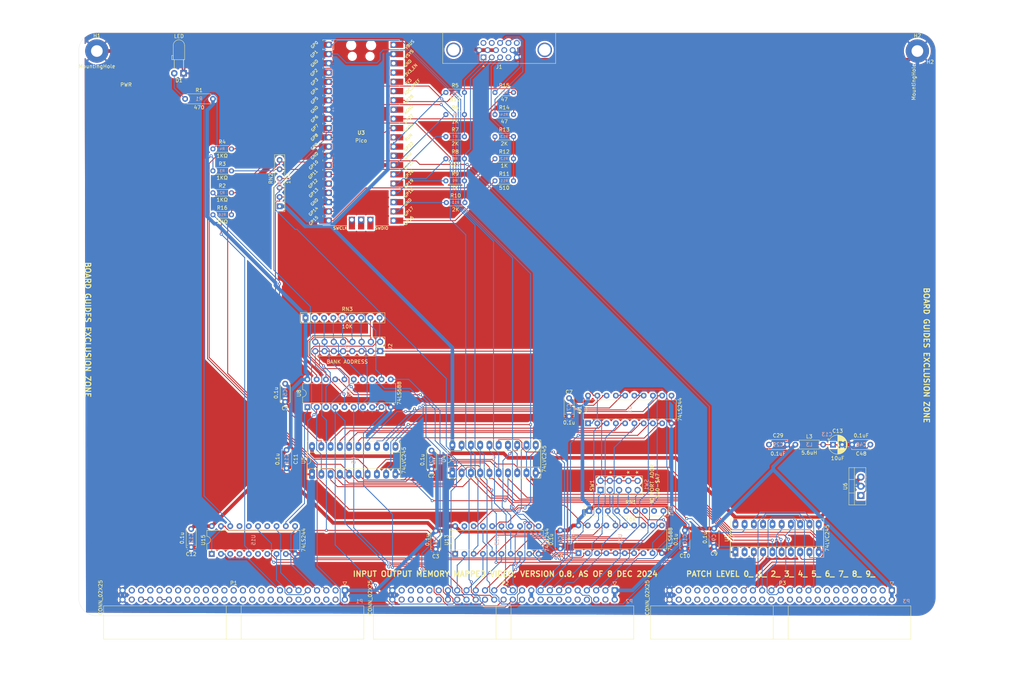
<source format=kicad_pcb>
(kicad_pcb (version 20221018) (generator pcbnew)
  (title_block (title "Duodyne Memory Mapped Video") (date "2024-12-08") (rev "V0.8"))
  (layers (0 "F.Cu" signal) (31 "B.Cu" signal) (34 "B.Paste" user) (35 "F.Paste" user) (36 "B.SilkS" user "B.Silkscreen") (37 "F.SilkS" user "F.Silkscreen") (38 "B.Mask" user) (39 "F.Mask" user) (44 "Edge.Cuts" user))
  (net 0 "")
  (net 1 "GND")
  (net 2 "VCC")
  (net 3 "Net-(#FLG07-pwr)")
  (net 4 "Net-(D1-A)")
  (net 5 "Net-(J1-Pad1)")
  (net 6 "Net-(J1-Pad2)")
  (net 7 "Net-(J1-Pad3)")
  (net 12 "Net-(J1-Pad13)")
  (net 13 "Net-(J1-Pad14)")
  (net 14 "-12V")
  (net 16 "Net-(J2-Pin_2)")
  (net 17 "Net-(J2-Pin_4)")
  (net 18 "Net-(J2-Pin_6)")
  (net 19 "Net-(J2-Pin_8)")
  (net 20 "Net-(J2-Pin_10)")
  (net 21 "Net-(J2-Pin_12)")
  (net 22 "Net-(J2-Pin_14)")
  (net 23 "~{M1}")
  (net 24 "~{IORQ}")
  (net 25 "~{WR}")
  (net 26 "Net-(J2-Pin_16)")
  (net 27 "A0")
  (net 28 "A1")
  (net 29 "A2")
  (net 30 "A3")
  (net 31 "A4")
  (net 32 "A5")
  (net 33 "A6")
  (net 34 "A7")
  (net 35 "+12V")
  (net 36 "D0")
  (net 37 "D1")
  (net 38 "D2")
  (net 39 "D3")
  (net 40 "D4")
  (net 41 "D5")
  (net 42 "D6")
  (net 43 "D7")
  (net 44 "/bus/~{RD}")
  (net 45 "ZERO")
  (net 46 "~{MREQ}")
  (net 47 "/bus/~{INT0}")
  (net 48 "/bus/~{RES_IN}")
  (net 49 "/bus/~{RES_OUT}")
  (net 50 "/bus/~{WAIT}")
  (net 51 "/bus/~{EIRQ7}")
  (net 52 "/bus/~{EIRQ6}")
  (net 53 "~{bWR}")
  (net 54 "/bus/~{EIRQ5}")
  (net 55 "bA0")
  (net 56 "/bus/~{EIRQ4}")
  (net 57 "/bus/~{EIRQ3}")
  (net 58 "~{bM1}")
  (net 59 "bA7")
  (net 60 "bA6")
  (net 61 "bA5")
  (net 62 "bA4")
  (net 63 "~{bIORQ}")
  (net 64 "bA1")
  (net 65 "bA2")
  (net 66 "bA3")
  (net 67 "/bus/D15")
  (net 68 "/bus/D31")
  (net 69 "/bus/D14")
  (net 70 "/bus/D30")
  (net 71 "/bus/D13")
  (net 72 "/bus/D29")
  (net 73 "/bus/D12")
  (net 74 "/bus/D28")
  (net 75 "/bus/D11")
  (net 76 "/bus/D27")
  (net 77 "/bus/D10")
  (net 78 "/bus/D26")
  (net 79 "/bus/D9")
  (net 80 "/bus/D25")
  (net 81 "/bus/D8")
  (net 82 "/bus/D24")
  (net 83 "/bus/D23")
  (net 84 "/bus/D22")
  (net 85 "/bus/D21")
  (net 86 "/bus/D20")
  (net 87 "/bus/D19")
  (net 88 "/bus/D18")
  (net 89 "/bus/D17")
  (net 90 "/bus/D16")
  (net 91 "/bus/~{BUSERR}")
  (net 92 "/bus/UDS")
  (net 93 "/bus/~{VPA}")
  (net 94 "/bus/LDS")
  (net 95 "/bus/~{VMA}")
  (net 96 "/bus/S2")
  (net 97 "/bus/~{BHE}")
  (net 98 "/bus/S1")
  (net 99 "/bus/IPL2")
  (net 100 "/bus/S0")
  (net 101 "/bus/IPL1")
  (net 102 "/bus/AUXCLK3")
  (net 103 "/bus/IPL0")
  (net 104 "/bus/AUXCLK2")
  (net 105 "/bus/~{BAI}")
  (net 106 "/bus/A31")
  (net 107 "/bus/~{EIRQ2}")
  (net 108 "/bus/A30")
  (net 109 "/bus/~{EIRQ1}")
  (net 110 "/bus/A29")
  (net 111 "/bus/~{IEI}")
  (net 112 "/bus/A28")
  (net 113 "/bus/~{EIRQ0}")
  (net 114 "/bus/A27")
  (net 115 "A15")
  (net 116 "/bus/A26")
  (net 117 "A14")
  (net 118 "/bus/A25")
  (net 119 "A13")
  (net 120 "/bus/A24")
  (net 121 "A12")
  (net 122 "A11")
  (net 123 "A10")
  (net 124 "A9")
  (net 125 "A8")
  (net 126 "A23")
  (net 127 "A22")
  (net 128 "A21")
  (net 129 "/bus/IC3")
  (net 130 "A20")
  (net 131 "/bus/IC2")
  (net 132 "A19")
  (net 133 "/bus/IC1")
  (net 134 "A18")
  (net 135 "/bus/IC0")
  (net 136 "A17")
  (net 137 "/bus/AUXCLK1")
  (net 138 "/bus/AUXCLK0")
  (net 139 "/bus/E")
  (net 140 "/bus/ST")
  (net 141 "/bus/PHI")
  (net 142 "A16")
  (net 143 "/bus/~{INT2}")
  (net 144 "/bus/~{INT1}")
  (net 145 "/bus/~{BUSACK}")
  (net 146 "/bus/CRUCLK")
  (net 147 "V_RW")
  (net 148 "/bus/CRUOUT")
  (net 149 "/bus/CRUIN")
  (net 150 "/bus/~{NMI}")
  (net 151 "~{CS_VIDEO}")
  (net 152 "VDSEL")
  (net 153 "/bus/USER8")
  (net 154 "/bus/~{BUSRQ}")
  (net 155 "/bus/USER7")
  (net 156 "bCLK")
  (net 157 "/bus/USER6")
  (net 158 "/bus/~{HALT}")
  (net 159 "/bus/USER5")
  (net 160 "/bus/~{RFSH}")
  (net 161 "/bus/USER4")
  (net 162 "/bus/USER3")
  (net 163 "/bus/USER2")
  (net 164 "/bus/USER1")
  (net 165 "/bus/USER0")
  (net 166 "V_CLK")
  (net 167 "VGAR500")
  (net 168 "VGAR1K")
  (net 169 "VGAR2K")
  (net 170 "/bus/I2C_SCL")
  (net 171 "/bus/I2C_SDA")
  (net 172 "VGAG500")
  (net 173 "VGAG1L")
  (net 174 "VGAG2K")
  (net 175 "VGAB500")
  (net 176 "VGAB1K")
  (net 177 "VGAB2K")
  (net 178 "HSYNC")
  (net 179 "VSYNC")
  (net 180 "~{BANK_SEL}")
  (net 181 "~{vBANK_SEL}")
  (net 182 "Net-(RN1-R1)")
  (net 183 "Net-(RN1-R2)")
  (net 184 "Net-(RN1-R3)")
  (net 185 "Net-(RN1-R4)")
  (net 186 "Net-(RN1-R5)")
  (net 189 "Net-(RN1-R8)")
  (net 190 "+3.3V")
  (net 191 "VADDR_HIGH")
  (net 192 "VADDR_LOW")
  (net 193 "VDATA")
  (net 194 "bA15")
  (net 195 "bA14")
  (net 196 "bA13")
  (net 197 "bA12")
  (net 198 "bA11")
  (net 199 "bA10")
  (net 200 "bA9")
  (net 201 "bA8")
  (net 202 "V_DA7")
  (net 203 "V_DA6")
  (net 204 "V_DA5")
  (net 205 "V_DA4")
  (net 206 "V_DA3")
  (net 207 "V_DA2")
  (net 208 "V_DA1")
  (net 209 "V_DA0")
  (net 222 "~{bMREQ}")
  (net 225 "CLK")
  (net 226 "/bus/~{TEND1}")
  (net 227 "/bus/~{DREQ1}")
  (net 228 "/bus/~{TEND0}")
  (net 229 "/bus/~{DREQ0}")
  (footprint "MountingHole:MountingHole_3.2mm_M3_Pad" (layer "F.Cu") (at 265 75)
    (fp_text reference "H2")
    (fp_text value "MountingHole")
  )
  (footprint "MountingHole:MountingHole_3.2mm_M3_Pad" (layer "F.Cu") (at 40 75)
    (fp_text reference "H1")
    (fp_text value "MountingHole")
  )
  (footprint "Connector_IDC:IDC-Header_2x25_P2.54mm_Horizontal" (layer "F.Cu") (at 182 223 -90)
    (fp_text reference "P2")
    (fp_text value "CONN_02X25")
  )
  (footprint "Connector_IDC:IDC-Header_2x25_P2.54mm_Horizontal" (layer "F.Cu") (at 258 223 -90)
    (fp_text reference "P3")
    (fp_text value "CONN_02X25")
  )
  (footprint "Connector_IDC:IDC-Header_2x25_P2.54mm_Horizontal" (layer "F.Cu") (at 108 223 -90)
    (fp_text reference "P1")
    (fp_text value "CONN_02X25")
  )
  (footprint "Connector_PinHeader_2.54mm:PinHeader_2x05_P2.54mm_Vertical" (layer "F.Cu") (at 178.125 195.475 90)
    (fp_text reference "SW1")
    (fp_text value "IO PORT ADDR")
  )
  (footprint "Resistor_THT:R_Axial_DIN0204_L3.6mm_D1.6mm_P5.08mm_Horizontal" (layer "F.Cu") (at 71.83 119.9371)
    (fp_text reference "R16")
    (fp_text value "1KΩ")
  )
  (footprint "Capacitor_THT:C_Disc_D5.0mm_W2.5mm_P5.00mm" (layer "F.Cu") (at 91.642 166.286 -90)
    (fp_text reference "C5")
    (fp_text value "0.1u")
  )
  (footprint "LED_THT:LED_D3.0mm_Horizontal_O3.81mm_Z2.0mm" (layer "F.Cu") (at 63.77 81.1 180)
    (fp_text reference "D1")
    (fp_text value "LED")
  )
  (footprint "Capacitor_THT:C_Disc_D5.0mm_W2.5mm_P5.00mm" (layer "F.Cu") (at 252.1 183 180)
    (fp_text reference "C48")
    (fp_text value "0.1uF")
  )
  (footprint "RPi:RPi_Pico_SMD_TH" (layer "F.Cu") (at 112.47 97.412)
    (fp_text reference "U3")
    (fp_text value "Pico")
  )
  (footprint "Capacitor_THT:C_Disc_D5.0mm_W2.5mm_P5.00mm" (layer "F.Cu") (at 131.774 184.661 -90)
    (fp_text reference "C2")
    (fp_text value "0.1u")
  )
  (footprint "Capacitor_THT:C_Disc_D5.0mm_W2.5mm_P5.00mm" (layer "F.Cu") (at 65.861 206.164 -90)
    (fp_text reference "C12")
    (fp_text value "0.1u")
  )
  (footprint "Package_DIP:DIP-20_W7.62mm_Socket_LongPads" (layer "F.Cu") (at 137.489 190.757 90)
    (fp_text reference "U4")
    (fp_text value "74LVC245")
  )
  (footprint "Resistor_THT:R_Array_SIP6" (layer "F.Cu") (at 90.118 117.605 90)
    (fp_text reference "RN2")
    (fp_text value "10K")
  )
  (footprint "Capacitor_THT:C_Disc_D5.0mm_W2.5mm_P5.00mm" (layer "F.Cu") (at 167.08 206.545 -90)
    (fp_text reference "C6")
    (fp_text value "0.1u")
  )
  (footprint "Capacitor_THT:C_Disc_D5.0mm_W2.5mm_P5.00mm" (layer "F.Cu") (at 209.244 206.037 -90)
    (fp_text reference "C9")
    (fp_text value "0.1u")
  )
  (footprint "Resistor_THT:R_Array_SIP9" (layer "F.Cu") (at 175.025 201.2)
    (fp_text reference "RN1")
    (fp_text value "10K")
  )
  (footprint "Inductor_THT:L_Axial_L5.3mm_D2.2mm_P7.62mm_Horizontal_Vishay_IM-1" (layer "F.Cu") (at 231.54 183)
    (fp_text reference "L3")
    (fp_text value "5.6uH")
  )
  (footprint "Package_DIP:DIP-20_W7.62mm" (layer "F.Cu") (at 71.5 213 90)
    (fp_text reference "U15")
    (fp_text value "74LS244")
  )
  (footprint "Resistor_THT:R_Axial_DIN0204_L3.6mm_D1.6mm_P5.08mm_Horizontal" (layer "F.Cu") (at 135.711 92.4272)
    (fp_text reference "R6")
    (fp_text value "1K")
  )
  (footprint "Resistor_THT:R_Array_SIP9" (layer "F.Cu") (at 97.23 148.212)
    (fp_text reference "RN3")
    (fp_text value "10K")
  )
  (footprint "Package_DIP:DIP-20_W7.62mm" (layer "F.Cu") (at 97.738 172.723 90)
    (fp_text reference "U8")
    (fp_text value "74LS688")
  )
  (footprint "Capacitor_THT:C_Disc_D5.0mm_W2.5mm_P5.00mm" (layer "F.Cu") (at 169.493 170.263 -90)
    (fp_text reference "C7")
    (fp_text value "0.1u")
  )
  (footprint "Resistor_THT:R_Axial_DIN0204_L3.6mm_D1.6mm_P5.08mm_Horizontal" (layer "F.Cu") (at 149.173 92.4272)
    (fp_text reference "R14")
    (fp_text value "47")
  )
  (footprint "Resistor_THT:R_Axial_DIN0204_L3.6mm_D1.6mm_P5.08mm_Horizontal" (layer "F.Cu") (at 135.711 86.363)
    (fp_text reference "R5")
    (fp_text value "510")
  )
  (footprint "Resistor_THT:R_Axial_DIN0204_L3.6mm_D1.6mm_P5.08mm_Horizontal" (layer "F.Cu") (at 149.173 104.5557)
    (fp_text reference "R12")
    (fp_text value "1K")
  )
  (footprint "Package_TO_SOT_THT:TO-220-3_Vertical" (layer "F.Cu") (at 249.503 196.98 90)
    (fp_text reference "U6")
    (fp_text value "LM3940")
  )
  (footprint "Resistor_THT:R_Axial_DIN0204_L3.6mm_D1.6mm_P5.08mm_Horizontal" (layer "F.Cu") (at 71.83 107.8837)
    (fp_text reference "R3")
    (fp_text value "1KΩ")
  )
  (footprint "Resistor_THT:R_Axial_DIN0204_L3.6mm_D1.6mm_P5.08mm_Horizontal" (layer "F.Cu") (at 149.173 98.4915)
    (fp_text reference "R13")
    (fp_text value "2K")
  )
  (footprint "Package_DIP:DIP-20_W7.62mm_Socket_LongPads" (layer "F.Cu") (at 99.008 191.138 90)
    (fp_text reference "U5")
    (fp_text value "74LVC245")
  )
  (footprint "Resistor_THT:R_Axial_DIN0204_L3.6mm_D1.6mm_P5.08mm_Horizontal" (layer "F.Cu") (at 135.711 98.4915)
    (fp_text reference "R7")
    (fp_text value "2K")
  )
  (footprint "Connector_Dsub:DSUB-15-HD_Female_Horizontal_P2.29x1.98mm_EdgePinOffset3.03mm_Housed_MountingHolesOffset4.94mm" (layer "F.Cu") (at 145.998 76.734 180)
    (fp_text reference "J1")
    (fp_text value "DE15_Receptacle_HighDensity")
  )
  (footprint "Resistor_THT:R_Axial_DIN0204_L3.6mm_D1.6mm_P5.08mm_Horizontal" (layer "F.Cu") (at 135.711 110.62)
    (fp_text reference "R9")
    (fp_text value "1K")
  )
  (footprint "Capacitor_THT:C_Disc_D5.0mm_W2.5mm_P5.00mm" (layer "F.Cu") (at 201.243 206.545 -90)
    (fp_text reference "C10")
    (fp_text value "0.1u")
  )
  (footprint "Resistor_THT:R_Axial_DIN0204_L3.6mm_D1.6mm_P5.08mm_Horizontal" (layer "F.Cu") (at 149.173 86.363)
    (fp_text reference "R15")
    (fp_text value "47")
  )
  (footprint "Package_DIP:DIP-20_W7.62mm" (layer "F.Cu") (at 174.7 177.168 90)
    (fp_text reference "U1")
    (fp_text value "74LS244")
  )
  (footprint "Package_DIP:DIP-20_W7.62mm_Socket_LongPads" (layer "F.Cu") (at 215.086 212.474 90)
    (fp_text reference "U2")
    (fp_text value "74LVC245")
  )
  (footprint "Resistor_THT:R_Axial_DIN0204_L3.6mm_D1.6mm_P5.08mm_Horizontal" (layer "F.Cu") (at 149.173 110.62)
    (fp_text reference "R11")
    (fp_text value "510")
  )
  (footprint "Resistor_THT:R_Axial_DIN0204_L3.6mm_D1.6mm_P5.08mm_Horizontal" (layer "F.Cu") (at 135.711 104.5557)
    (fp_text reference "R8")
    (fp_text value "510")
  )
  (footprint "Resistor_THT:R_Axial_DIN0204_L3.6mm_D1.6mm_P5.08mm_Horizontal" (layer "F.Cu") (at 135.838 116.589)
    (fp_text reference "R10")
    (fp_text value "2K")
  )
  (footprint "Connector_PinSocket_2.54mm:PinSocket_2x08_P2.54mm_Vertical" (layer "F.Cu") (at 117.677 157.356 -90)
    (fp_text reference "J2")
    (fp_text value "BANK ADDRESS")
  )
  (footprint "Resistor_THT:R_Axial_DIN0204_L3.6mm_D1.6mm_P5.08mm_Horizontal" (layer "F.Cu") (at 71.83 101.857)
    (fp_text reference "R4")
    (fp_text value "1KΩ")
  )
  (footprint "Resistor_THT:R_Axial_DIN0207_L6.3mm_D2.5mm_P7.62mm_Horizontal" (layer "F.Cu") (at 64.21 88.12)
    (fp_text reference "R1")
    (fp_text value "470")
  )
  (footprint "Package_DIP:DIP-20_W7.62mm" (layer "F.Cu") (at 172.075 212.8 90)
    (fp_text reference "U21")
    (fp_text value "74LS688")
  )
  (footprint "Capacitor_THT:C_Disc_D5.0mm_W2.5mm_P5.00mm" (layer "F.Cu") (at 132.917 206.672 -90)
    (fp_text reference "C3")
    (fp_text value "0.1u")
  )
  (footprint "Capacitor_THT:C_Disc_D5.0mm_W2.5mm_P5.00mm" (layer "F.Cu") (at 224.3 183)
    (fp_text reference "C29")
    (fp_text value "0.1uF")
  )
  (footprint "Capacitor_THT:CP_Radial_D5.0mm_P2.50mm" (layer "F.Cu") (at 241.8847 183)
    (fp_text reference "C13")
    (fp_text value "10uF")
  )
  (footprint "Capacitor_THT:C_Disc_D5.0mm_W2.5mm_P5.00mm" (layer "F.Cu") (at 92.023 184.487 -90)
    (fp_text reference "C11")
    (fp_text value "0.1u")
  )
  (footprint "Package_DIP:DIP-20_W7.62mm" (layer "F.Cu") (at 138.25 213 90)
    (fp_text reference "U13")
    (fp_text value "74LS244")
  )
  (footprint "Resistor_THT:R_Axial_DIN0204_L3.6mm_D1.6mm_P5.08mm_Horizontal" (layer "F.Cu") (at 71.83 113.9104)
    (fp_text reference "R2")
    (fp_text value "1KΩ")
  )
  (gr_line (start 35 75) (end 35 225) (stroke (width 0.05)) (layer "Edge.Cuts"))
  (gr_line (start 40 230) (end 265 230) (stroke (width 0.05)) (layer "Edge.Cuts"))
  (gr_line (start 270 225) (end 270 75) (stroke (width 0.05)) (layer "Edge.Cuts"))
  (gr_line (start 265 70) (end 40 70) (stroke (width 0.05)) (layer "Edge.Cuts"))
  (gr_arc (start 265 70) (mid 268.535534 71.464466) (end 270 75) (stroke (width 0.05)) (layer "Edge.Cuts"))
  (gr_arc (start 40 230) (mid 36.464466 228.535534) (end 35 225) (stroke (width 0.05)) (layer "Edge.Cuts"))
  (gr_arc (start 35 75) (mid 36.464466 71.464466) (end 40 70) (stroke (width 0.05)) (layer "Edge.Cuts"))
  (gr_arc (start 270 225) (mid 268.535534 228.535534) (end 265 230) (stroke (width 0.05)) (layer "Edge.Cuts"))
  (gr_text "BOARD GUIDES EXCLUSION ZONE" (at 267.5 158.5 270) (layer "F.SilkS") (effects (font (size 1.5 1.5) (thickness 0.3))))
  (gr_text "BOARD GUIDES EXCLUSION ZONE" (at 37.5 151.5 270) (layer "F.SilkS") (effects (font (size 1.5 1.5) (thickness 0.3))))
  (gr_text "PATCH LEVEL 0_ 1_ 2_ 3_ 4_ 5_ 6_ 7_ 8_ 9_" (at 227.5 218.5) (layer "F.SilkS") (effects (font (size 1.5 1.5) (thickness 0.3))))
  (gr_text "INPUT OUTPUT MEMORY MAPPED VIDEO, VERSION 0.8, AS OF 8 DEC 2024" (at 152 218.5) (layer "F.SilkS") (effects (font (size 1.5 1.5) (thickness 0.3))))
  (gr_text "PWR" (at 48 84.25) (layer "F.SilkS") (effects (font (size 1 1))))
  (gr_text "\n*\n\n*\n*" (at 183.75 190.63 90) (layer "F.SilkS") (effects (font (size 1.5 1.5)) (justify mirror)))
  (gr_text "$A0-$A7" (at 193.75 194.25 90) (layer "F.SilkS") (effects (font (size 1 1))))
  (segment (start 124.405 175.263) (end 169.493 175.263) (width 1) (layer "F.Cu") (net 1))
  (segment (start 196.4351 212.8) (end 197.6901 211.545) (width 1) (layer "F.Cu") (net 1))
  (segment (start 244.3847 183) (end 247.1 183) (width 1) (layer "F.Cu") (net 1))
  (segment (start 167.08 211.545) (end 167.3404 211.2846) (width 1) (layer "F.Cu") (net 1))
  (segment (start 144.453 75.154) (end 144.453 77.8311) (width 1) (layer "F.Cu") (net 1))
  (segment (start 137.489 190.757) (end 137.489 188.8569) (width 1) (layer "F.Cu") (net 1))
  (segment (start 206.3923 184.5002) (end 227.7998 184.5002) (width 1) (layer "F.Cu") (net 1))
  (segment (start 155.158 77.4008) (end 262.5992 77.4008) (width 1) (layer "F.Cu") (net 1))
  (segment (start 154.3006 78.2582) (end 155.158 77.4008) (width 1) (layer "F.Cu") (net 1))
  (segment (start 63.77 81.1) (end 63.77 78.362) (width 1) (layer "F.Cu") (net 1))
  (segment (start 132.917 211.672) (end 97.1881 211.672) (width 1) (layer "F.Cu") (net 1))
  (segment (start 131.774 189.661) (end 132.5781 188.8569) (width 1) (layer "F.Cu") (net 1))
  (segment (start 92.2721 189.2379) (end 99.008 189.2379) (width 1) (layer "F.Cu") (net 1))
  (segment (start 94.36 213) (end 95.8601 213) (width 1) (layer "F.Cu") (net 1))
  (segment (start 97.1881 211.672) (end 95.8601 213) (width 1) (layer "F.Cu") (net 1))
  (segment (start 91.642 171.286) (end 91.7459 171.1821) (width 1) (layer "F.Cu") (net 1))
  (segment (start 144.453 77.8311) (end 144.8801 78.2582) (width 1) (layer "F.Cu") (net 1))
  (segment (start 119.0571 171.1821) (end 120.598 172.723) (width 1) (layer "F.Cu") (net 1))
  (segment (start 164.0651 211.545) (end 167.08 211.545) (width 1) (layer "F.Cu") (net 1))
  (segment (start 105.1301 78.362) (end 105.1301 73.2559) (width 1) (layer "F.Cu") (net 1))
  (segment (start 60.408 75) (end 63.77 78.362) (width 1) (layer "F.Cu") (net 1))
  (segment (start 109.1603 71.7095) (end 141.0085 71.7095) (width 1) (layer "F.Cu") (net 1))
  (segment (start 103.58 78.362) (end 105.1301 78.362) (width 1) (layer "F.Cu") (net 1))
  (segment (start 161.11 213) (end 162.6101 213) (width 1) (layer "F.Cu") (net 1))
  (segment (start 63.77 78.362) (end 103.58 78.362) (width 1) (layer "F.Cu") (net 1))
  (segment (start 169.493 175.263) (end 195.655 175.263) (width 1) (layer "F.Cu") (net 1))
  (segment (start 40 75) (end 60.408 75) (width 1) (layer "F.Cu") (net 1))
  (segment (start 195.655 175.263) (end 197.56 177.168) (width 1) (layer "F.Cu") (net 1))
  (segment (start 120.598 172.723) (end 122.0981 172.723) (width 1) (layer "F.Cu") (net 1))
  (segment (start 237.946 212.474) (end 237.946 210.5739) (width 1) (layer "F.Cu") (net 1))
  (segment (start 209.244 211.037) (end 209.7071 210.5739) (width 1) (layer "F.Cu") (net 1))
  (segment (start 208.736 211.545) (end 209.244 211.037) (width 1) (layer "F.Cu") (net 1))
  (segment (start 147.143 74.754) (end 144.853 74.754) (width 1) (layer "F.Cu") (net 1))
  (segment (start 167.3404 211.2846) (end 193.4196 211.2846) (width 1) (layer "F.Cu") (net 1))
  (segment (start 193.4196 211.2846) (end 194.935 212.8) (width 1) (layer "F.Cu") (net 1))
  (segment (start 91.7459 171.1821) (end 119.0571 171.1821) (width 1) (layer "F.Cu") (net 1))
  (segment (start 199.0601 177.168) (end 206.3923 184.5002) (width 1) (layer "F.Cu") (net 1))
  (segment (start 106.882 71.504) (end 108.9548 71.504) (width 1) (layer "F.Cu") (net 1))
  (segment (start 132.5781 188.8569) (end 137.489 188.8569) (width 1) (layer "F.Cu") (net 1))
  (segment (start 92.524 211.164) (end 65.861 211.164) (width 1) (layer "F.Cu") (net 1))
  (segment (start 197.56 177.168) (end 199.0601 177.168) (width 1) (layer "F.Cu") (net 1))
  (segment (start 149.433 74.754) (end 147.143 74.754) (width 1) (layer "F.Cu") (net 1))
  (segment (start 215.086 212.474) (end 215.086 210.5739) (width 1) (layer "F.Cu") (net 1))
  (segment (start 155.158 77.4008) (end 155.158 76.734) (width 1) (layer "F.Cu") (net 1))
  (segment (start 122.0981 172.9561) (end 124.405 175.263) (width 1) (layer "F.Cu") (net 1))
  (segment (start 201.243 211.545) (end 208.736 211.545) (width 1) (layer "F.Cu") (net 1))
  (segment (start 99.008 191.138) (end 99.008 189.2379) (width 1) (layer "F.Cu") (net 1))
  (segment (start 262.5992 77.4008) (end 265 75) (width 1) (layer "F.Cu") (net 1))
  (segment (start 122.0981 172.723) (end 122.0981 172.9561) (width 1) (layer "F.Cu") (net 1))
  (segment (start 209.7071 210.5739) (end 215.086 210.5739) (width 1) (layer "F.Cu") (net 1))
  (segment (start 144.853 74.754) (end 144.453 75.154) (width 1) (layer "F.Cu") (net 1))
  (segment (start 194.935 212.8) (end 196.4351 212.8) (width 1) (layer "F.Cu") (net 1))
  (segment (start 141.0085 71.7095) (end 144.453 75.154) (width 1) (layer "F.Cu") (net 1))
  (segment (start 105.1301 73.2559) (end 106.882 71.504) (width 1) (layer "F.Cu") (net 1))
  (segment (start 94.36 213) (end 92.524 211.164) (width 1) (layer "F.Cu") (net 1))
  (segment (start 197.6901 211.545) (end 201.243 211.545) (width 1) (layer "F.Cu") (net 1))
  (segment (start 162.6101 213) (end 164.0651 211.545) (width 1) (layer "F.Cu") (net 1))
  (segment (start 108.9548 71.504) (end 109.1603 71.7095) (width 1) (layer "F.Cu") (net 1))
  (segment (start 227.7998 184.5002) (end 229.3 183) (width 1) (layer "F.Cu") (net 1))
  (segment (start 92.023 189.487) (end 92.2721 189.2379) (width 1) (layer "F.Cu") (net 1))
  (segment (start 237.946 210.5739) (end 215.086 210.5739) (width 1) (layer "F.Cu") (net 1))
  (segment (start 144.8801 78.2582) (end 154.3006 78.2582) (width 1) (layer "F.Cu") (net 1))
  (segment (start 229.3 183) (end 230.8002 181.4998) (width 1) (layer "B.Cu") (net 1))
  (segment (start 136.0388 194.1073) (end 136.0388 208.5502) (width 1) (layer "B.Cu") (net 1))
  (segment (start 94.36 211.4999) (end 99.008 206.8519) (width 1) (layer "B.Cu") (net 1))
  (segment (start 197.04 215.748) (end 201.243 211.545) (width 1) (layer "B.Cu") (net 1))
  (segment (start 58.876 211.164) (end 65.861 211.164) (width 1) (layer "B.Cu") (net 1))
  (segment (start 103.58 91.062) (end 105.1662 89.4758) (width 1) (layer "B.Cu") (net 1))
  (segment (start 169.493 175.263) (end 169.493 179.1675) (width 1) (layer "B.Cu") (net 1))
  (segment (start 137.489 190.757) (end 137.489 192.6571) (width 1) (layer "B.Cu") (net 1))
  (segment (start 137.489 192.6571) (end 136.0388 194.1073) (width 1) (layer "B.Cu") (net 1))
  (segment (start 105.1662 89.4758) (end 105.1662 79.9482) (width 1) (layer "B.Cu") (net 1))
  (segment (start 103.58 103.762) (end 105.1594 102.1826) (width 1) (layer "B.Cu") (net 1))
  (segment (start 91.642 171.286) (end 90.4724 172.4556) (width 1) (layer "B.Cu") (net 1))
  (segment (start 242.9746 181.4998) (end 244.3847 182.9099) (width 1) (layer "B.Cu") (net 1))
  (segment (start 167.08 211.545) (end 164.2189 208.6839) (width 1) (layer "B.Cu") (net 1))
  (segment (start 164.2189 208.6839) (end 164.2189 196.527) (width 1) (layer "B.Cu") (net 1))
  (segment (start 102.0083 114.8903) (end 102.0083 105.3337) (width 1) (layer "B.Cu") (net 1))
  (segment (start 105.1594 92.6414) (end 103.58 91.062) (width 1) (layer "B.Cu") (net 1))
  (segment (start 125.8118 218.2282) (end 129.5709 218.2282) (width 1) (layer "B.Cu") (net 1))
  (segment (start 169.493 179.1675) (end 160.349 188.3115) (width 1) (layer "B.Cu") (net 1))
  (segment (start 121.04 223) (end 125.8118 218.2282) (width 1) (layer "B.Cu") (net 1))
  (segment (start 155.158 76.734) (end 155.158 75.899) (width 1) (layer "B.Cu") (net 1))
  (segment (start 265 75) (end 265 165.1) (width 1) (layer "B.Cu") (net 1))
  (segment (start 103.58 116.462) (end 102.0083 114.8903) (width 1) (layer "B.Cu") (net 1))
  (segment (start 131.774 189.661) (end 131.3509 189.2379) (width 1) (layer "B.Cu") (net 1))
  (segment (start 47.04 223) (end 58.876 211.164) (width 1) (layer "B.Cu") (net 1))
  (segment (start 160.349 190.757) (end 160.349 188.8569) (width 1) (layer "B.Cu") (net 1))
  (segment (start 155.158 75.899) (end 154.013 74.754) (width 1) (layer "B.Cu") (net 1))
  (segment (start 131.3509 189.2379) (end 121.868 189.2379) (width 1) (layer "B.Cu") (net 1))
  (segment (start 90.4724 187.9364) (end 92.023 189.487) (width 1) (layer "B.Cu") (net 1))
  (segment (start 105.1662 79.9482) (end 103.58 78.362) (width 1) (layer "B.Cu") (net 1))
  (segment (start 265 165.1) (end 247.1 183) (width 1) (layer "B.Cu") (net 1))
  (segment (start 244.3847 182.9099) (end 244.3847 183) (width 1) (layer "B.Cu") (net 1))
  (segment (start 164.2189 196.527) (end 160.349 192.6571) (width 1) (layer "B.Cu") (net 1))
  (segment (start 99.008 206.8519) (end 99.008 191.138) (width 1) (layer "B.Cu") (net 1))
  (segment (start 230.8002 181.4998) (end 242.9746 181.4998) (width 1) (layer "B.Cu") (net 1))
  (segment (start 129.5709 218.2282) (end 132.917 214.8821) (width 1) (layer "B.Cu") (net 1))
  (segment (start 132.917 214.8821) (end 132.917 211.672) (width 1) (layer "B.Cu") (net 1))
  (segment (start 247.1 183) (end 247.1 192.037) (width 1) (layer "B.Cu") (net 1))
  (segment (start 160.349 190.757) (end 160.349 192.6571) (width 1) (layer "B.Cu") (net 1))
  (segment (start 102.0083 105.3337) (end 103.58 103.762) (width 1) (layer "B.Cu") (net 1))
  (segment (start 136.0388 208.5502) (end 132.917 211.672) (width 1) (layer "B.Cu") (net 1))
  (segment (start 94.36 213) (end 94.36 211.4999) (width 1) (layer "B.Cu") (net 1))
  (segment (start 121.04 225.54) (end 121.04 223) (width 1) (layer "B.Cu") (net 1))
  (segment (start 105.1594 102.1826) (end 105.1594 92.6414) (width 1) (layer "B.Cu") (net 1))
  (segment (start 197.04 225.54) (end 197.04 223) (width 1) (layer "B.Cu") (net 1))
  (segment (start 121.868 191.138) (end 121.868 189.2379) (width 1) (layer "B.Cu") (net 1))
  (segment (start 90.4724 172.4556) (end 90.4724 187.9364) (width 1) (layer "B.Cu") (net 1))
  (segment (start 47.04 225.54) (end 47.04 223) (width 1) (layer "B.Cu") (net 1))
  (segment (start 197.04 223) (end 197.04 215.748) (width 1) (layer "B.Cu") (net 1))
  (segment (start 160.349 188.3115) (end 160.349 188.8569) (width 1) (layer "B.Cu") (net 1))
  (segment (start 247.1 192.037) (end 249.503 194.44) (width 1) (layer "B.Cu") (net 1))
  (segment (start 167.08 206.545) (end 169.2099 206.545) (width 1) (layer "F.Cu") (net 2))
  (segment (start 201.243 206.037) (end 209.244 206.037) (width 1) (layer "F.Cu") (net 2))
  (segment (start 71.5 205.38) (end 66.645 205.38) (width 1) (layer "F.Cu") (net 2))
  (segment (start 166.732 206.893) (end 167.08 206.545) (width 1) (layer "F.Cu") (net 2))
  (segment (start 90.4918 190.1806) (end 90.4918 186.0182) (width 1) (layer "F.Cu") (net 2))
  (segment (start 138.25 205.38) (end 139.763 206.893) (width 1) (layer "F.Cu") (net 2))
  (segment (start 138.25 205.38) (end 136.7499 205.38) (width 1) (layer "F.Cu") (net 2))
  (segment (start 201.243 206.037) (end 201.243 206.545) (width 1) (layer "F.Cu") (net 2))
  (segment (start 130.7306 204.4856) (end 104.7968 204.4856) (width 1) (layer "F.Cu") (net 2))
  (segment (start 201.243 204.9705) (end 201.243 206.037) (width 1) (layer "F.Cu") (net 2))
  (segment (start 132.917 206.672) (end 135.4579 206.672) (width 1) (layer "F.Cu") (net 2))
  (segment (start 90.4918 190.1806) (end 86.6994 190.1806) (width 1) (layer "F.Cu") (net 2))
  (segment (start 139.763 206.893) (end 166.732 206.893) (width 1) (layer "F.Cu") (net 2))
  (segment (start 175.025 201.2) (end 176.5344 199.6906) (width 1) (layer "F.Cu") (net 2))
  (segment (start 90.4918 186.0182) (end 92.023 184.487) (width 1) (layer "F.Cu") (net 2))
  (segment (start 176.5344 199.6906) (end 195.9631 199.6906) (width 1) (layer "F.Cu") (net 2))
  (segment (start 169.2099 206.545) (end 170.5749 205.18) (width 1) (layer "F.Cu") (net 2))
  (segment (start 195.9631 199.6906) (end 201.243 204.9705) (width 1) (layer "F.Cu") (net 2))
  (segment (start 86.6994 190.1806) (end 71.5 205.38) (width 1) (layer "F.Cu") (net 2))
  (segment (start 132.917 206.672) (end 130.7306 204.4856) (width 1) (layer "F.Cu") (net 2))
  (segment (start 135.4579 206.672) (end 136.7499 205.38) (width 1) (layer "F.Cu") (net 2))
  (segment (start 66.645 205.38) (end 65.861 206.164) (width 1) (layer "F.Cu") (net 2))
  (segment (start 172.075 205.18) (end 170.5749 205.18) (width 1) (layer "F.Cu") (net 2))
  (segment (start 104.7968 204.4856) (end 90.4918 190.1806) (width 1) (layer "F.Cu") (net 2))
  (segment (start 182 225.54) (end 182 223) (width 1) (layer "B.Cu") (net 2))
  (segment (start 93.167 183.343) (end 93.167 167.811) (width 1) (layer "B.Cu") (net 2))
  (segment (start 108 223) (end 116.589 223) (width 1) (layer "B.Cu") (net 2))
  (segment (start 96.3825 146.7119) (end 97.23 146.7119) (width 1) (layer "B.Cu") (net 2))
  (segment (start 173.1507 172.5974) (end 174.7 171.0481) (width 1) (layer "B.Cu") (net 2))
  (segment (start 174.7 169.548) (end 174.7 171.0481) (width 1) (layer "B.Cu") (net 2))
  (segment (start 72.2457 122.3839) (end 72.7935 122.3839) (width 1) (layer "B.Cu") (net 2))
  (segment (start 97.738 163.6029) (end 97.23 163.0949) (width 1) (layer "B.Cu") (net 2))
  (segment (start 175.025 199.6999) (end 173.1507 197.8256) (width 1) (layer "B.Cu") (net 2))
  (segment (start 97.738 165.103) (end 97.738 163.6029) (width 1) (layer "B.Cu") (net 2))
  (segment (start 133.292 206.297) (end 133.292 186.179) (width 1) (layer "B.Cu") (net 2))
  (segment (start 93.167 167.811) (end 91.642 166.286) (width 1) (layer "B.Cu") (net 2))
  (segment (start 258 222.3708) (end 258 223) (width 1) (layer "B.Cu") (net 2))
  (segment (start 71.83 89.6201) (end 70.2302 91.2199) (width 1) (layer "B.Cu") (net 2))
  (segment (start 225.4551 189.8259) (end 209.244 206.037) (width 1) (layer "B.Cu") (net 2))
  (segment (start 201.243 208.6136) (end 186.8566 223) (width 1) (layer "B.Cu") (net 2))
  (segment (start 108 225.54) (end 108 223) (width 1) (layer "B.Cu") (net 2))
  (segment (start 173.5249 202.23) (end 173.5249 201.2) (width 1) (layer "B.Cu") (net 2))
  (segment (start 172.075 205.18) (end 172.075 203.6799) (width 1) (layer "B.Cu") (net 2))
  (segment (start 173.1507 172.5974) (end 171.8274 172.5974) (width 1) (layer "B.Cu") (net 2))
  (segment (start 225.4551 189.0849) (end 225.4551 189.8259) (width 1) (layer "B.Cu") (net 2))
  (segment (start 172.075 203.6799) (end 173.5249 202.23) (width 1) (layer "B.Cu") (net 2))
  (segment (start 133.292 186.179) (end 131.774 184.661) (width 1) (layer "B.Cu") (net 2))
  (segment (start 132.917 206.672) (end 133.292 206.297) (width 1) (layer "B.Cu") (net 2))
  (segment (start 92.023 184.487) (end 93.167 183.343) (width 1) (layer "B.Cu") (net 2))
  (segment (start 175.025 201.2) (end 175.025 199.6999) (width 1) (layer "B.Cu") (net 2))
  (segment (start 97.738 165.103) (end 96.2379 165.103) (width 1) (layer "B.Cu") (net 2))
  (segment (start 201.243 206.545) (end 201.243 208.6136) (width 1) (layer "B.Cu") (net 2))
  (segment (start 93.167 167.811) (end 93.5299 167.811) (width 1) (layer "B.Cu") (net 2))
  (segment (start 93.5299 167.811) (end 96.2379 165.103) (width 1) (layer "B.Cu") (net 2))
  (segment (start 175.025 201.2) (end 173.5249 201.2) (width 1) (layer "B.Cu") (net 2))
  (segment (start 231.54 183) (end 225.4551 189.0849) (width 1) (layer "B.Cu") (net 2))
  (segment (start 89.003 139.3324) (end 96.3825 146.7119) (width 1) (layer "B.Cu") (net 2))
  (segment (start 97.23 147.4619) (end 97.23 146.7119) (width 1) (layer "B.Cu") (net 2))
  (segment (start 71.83 88.12) (end 71.83 89.6201) (width 1) (layer "B.Cu") (net 2))
  (segment (start 97.23 163.0949) (end 97.23 148.212) (width 1) (layer "B.Cu") (net 2))
  (segment (start 70.2302 91.2199) (end 70.2302 120.3684) (width 1) (layer "B.Cu") (net 2))
  (segment (start 97.23 147.4619) (end 97.23 148.212) (width 1) (layer "B.Cu") (net 2))
  (segment (start 171.8274 172.5974) (end 169.493 170.263) (width 1) (layer "B.Cu") (net 2))
  (segment (start 173.1507 197.8256) (end 173.1507 172.5974) (width 1) (layer "B.Cu") (net 2))
  (segment (start 258 225.54) (end 258 223) (width 1) (layer "B.Cu") (net 2))
  (segment (start 116.589 223) (end 132.917 206.672) (width 1) (layer "B.Cu") (net 2))
  (segment (start 72.7935 122.3839) (end 89.003 138.5934) (width 1) (layer "B.Cu") (net 2))
  (segment (start 70.2302 120.3684) (end 72.2457 122.3839) (width 1) (layer "B.Cu") (net 2))
  (segment (start 89.003 138.5934) (end 89.003 139.3324) (width 1) (layer "B.Cu") (net 2))
  (segment (start 186.8566 223) (end 182 223) (width 1) (layer "B.Cu") (net 2))
  (segment (start 225.4551 189.8259) (end 258 222.3708) (width 1) (layer "B.Cu") (net 2))
  (segment (start 250.8282 195.6548) (end 249.503 196.98) (width 0.25) (layer "F.Cu") (net 3))
  (segment (start 243.0098 183) (end 243.0098 183.2813) (width 0.25) (layer "F.Cu") (net 3))
  (segment (start 250.8282 184.1371) (end 250.9629 184.1371) (width 0.25) (layer "F.Cu") (net 3))
  (segment (start 243.0098 183.2813) (end 243.8656 184.1371) (width 0.25) (layer "F.Cu") (net 3))
  (segment (start 239.16 183) (end 238.0349 183) (width 0.25) (layer "F.Cu") (net 3))
  (segment (start 241.8847 183) (end 243.0098 183) (width 0.25) (layer "F.Cu") (net 3))
  (segment (start 250.9629 184.1371) (end 252.1 183) (width 0.25) (layer "F.Cu") (net 3))
  (segment (start 241.8847 183) (end 239.16 183) (width 0.25) (layer "F.Cu") (net 3))
  (segment (start 243.8656 184.1371) (end 250.8282 184.1371) (width 0.25) (layer "F.Cu") (net 3))
  (segment (start 238.0349 183) (end 236.9048 181.8699) (width 0.25) (layer "F.Cu") (net 3))
  (segment (start 236.9048 181.8699) (end 225.4301 181.8699) (width 0.25) (layer "F.Cu") (net 3))
  (segment (start 250.8282 184.1371) (end 250.8282 195.6548) (width 0.25) (layer "F.Cu") (net 3))
  (segment (start 225.4301 181.8699) (end 224.3 183) (width 0.25) (layer "F.Cu") (net 3))
  (segment (start 64.21 88.12) (end 61.23 85.14) (width 0.25) (layer "B.Cu") (net 4))
  (segment (start 61.23 85.14) (end 61.23 81.1) (width 0.25) (layer "B.Cu") (net 4))
  (segment (start 140.791 83.0661) (end 140.791 86.363) (width 0.25) (layer "B.Cu") (net 5))
  (segment (start 145.998 77.8591) (end 140.791 83.0661) (width 0.25) (layer "B.Cu") (net 5))
  (segment (start 145.998 76.734) (end 145.998 77.8591) (width 0.25) (layer "B.Cu") (net 5))
  (segment (start 140.791 86.363) (end 140.791 92.4272) (width 0.25) (layer "B.Cu") (net 5))
  (segment (start 140.791 92.4272) (end 140.791 98.4915) (width 0.25) (layer "B.Cu") (net 5))
  (segment (start 140.791 104.5557) (end 140.791 110.62) (width 0.25) (layer "B.Cu") (net 6))
  (segment (start 140.791 110.62) (end 140.791 115.4369) (width 0.25) (layer "B.Cu") (net 6))
  (segment (start 142.4359 101.8857) (end 140.791 103.5306) (width 0.25) (layer "B.Cu") (net 6))
  (segment (start 142.4359 82.5861) (end 142.4359 101.8857) (width 0.25) (layer "B.Cu") (net 6))
  (segment (start 140.791 115.4369) (end 140.918 115.5639) (width 0.25) (layer "B.Cu") (net 6))
  (segment (start 148.288 76.734) (end 142.4359 82.5861) (width 0.25) (layer "B.Cu") (net 6))
  (segment (start 140.918 116.589) (end 140.918 115.5639) (width 0.25) (layer "B.Cu") (net 6))
  (segment (start 140.791 104.5557) (end 140.791 103.5306) (width 0.25) (layer "B.Cu") (net 6))
  (segment (start 154.253 110.62) (end 154.253 104.5557) (width 0.25) (layer "B.Cu") (net 7))
  (segment (start 148.1355 93.3991) (end 153.2279 98.4915) (width 0.25) (layer "B.Cu") (net 7))
  (segment (start 150.578 76.734) (end 148.1355 79.1765) (width 0.25) (layer "B.Cu") (net 7))
  (segment (start 148.1355 79.1765) (end 148.1355 93.3991) (width 0.25) (layer "B.Cu") (net 7))
  (segment (start 154.253 98.4915) (end 153.2279 98.4915) (width 0.25) (layer "B.Cu") (net 7))
  (segment (start 154.253 104.5557) (end 154.253 98.4915) (width 0.25) (layer "B.Cu") (net 7))
  (segment (start 156.7936 72.1093) (end 156.7936 80.6506) (width 0.25) (layer "B.Cu") (net 12))
  (segment (start 155.8442 71.1599) (end 156.7936 72.1093) (width 0.25) (layer "B.Cu") (net 12))
  (segment (start 152.1921 71.1599) (end 155.8442 71.1599) (width 0.25) (layer "B.Cu") (net 12))
  (segment (start 150.578 72.774) (end 152.1921 71.1599) (width 0.25) (layer "B.Cu") (net 12))
  (segment (start 156.7936 80.6506) (end 149.173 88.2712) (width 0.25) (layer "B.Cu") (net 12))
  (segment (start 149.173 88.2712) (end 149.173 92.4272) (width 0.25) (layer "B.Cu") (net 12))
  (segment (start 154.022 71.62) (end 155.5977 71.62) (width 0.25) (layer "B.Cu") (net 13))
  (segment (start 152.868 72.774) (end 154.022 71.62) (width 0.25) (layer "B.Cu") (net 13))
  (segment (start 156.3385 79.1975) (end 149.173 86.363) (width 0.25) (layer "B.Cu") (net 13))
  (segment (start 155.5977 71.62) (end 156.3385 72.3608) (width 0.25) (layer "B.Cu") (net 13))
  (segment (start 156.3385 72.3608) (end 156.3385 79.1975) (width 0.25) (layer "B.Cu") (net 13))
  (segment (start 136.28 225.54) (end 136.28 223) (width 1) (layer "B.Cu") (net 14))
  (segment (start 98.6858 156.8815) (end 98.6858 157.9262) (width 0.25) (layer "F.Cu") (net 16))
  (segment (start 98.6858 157.9262) (end 102.171 161.4114) (width 0.25) (layer "F.Cu") (net 16))
  (segment (start 99.5762 155.9911) (end 98.6858 156.8815) (width 0.25) (layer "F.Cu") (net 16))
  (segment (start 116.5019 154.816) (end 116.5019 155.1833) (width 0.25) (layer "F.Cu") (net 16))
  (segment (start 115.6941 155.9911) (end 99.5762 155.9911) (width 0.25) (layer "F.Cu") (net 16))
  (segment (start 117.677 154.816) (end 116.5019 154.816) (width 0.25) (layer "F.Cu") (net 16))
  (segment (start 116.5019 155.1833) (end 115.6941 155.9911) (width 0.25) (layer "F.Cu") (net 16))
  (via (at 102.171 161.4114) (size 0.8) (drill 0.4) (layers "F.Cu" "B.Cu") (net 16))
  (segment (start 104.0046 163.245) (end 104.0046 165.9781) (width 0.25) (layer "B.Cu") (net 16))
  (segment (start 117.677 154.816) (end 117.677 153.6409) (width 0.25) (layer "B.Cu") (net 16))
  (segment (start 102.818 167.1647) (end 102.818 172.723) (width 0.25) (layer "B.Cu") (net 16))
  (segment (start 117.55 149.3371) (end 117.55 153.5139) (width 0.25) (layer "B.Cu") (net 16))
  (segment (start 117.55 153.5139) (end 117.677 153.6409) (width 0.25) (layer "B.Cu") (net 16))
  (segment (start 102.171 161.4114) (end 104.0046 163.245) (width 0.25) (layer "B.Cu") (net 16))
  (segment (start 104.0046 165.9781) (end 102.818 167.1647) (width 0.25) (layer "B.Cu") (net 16))
  (segment (start 117.55 148.212) (end 117.55 149.3371) (width 0.25) (layer "B.Cu") (net 16))
  (segment (start 104.088 165.4302) (end 107.7724 169.1146) (width 0.25) (layer "F.Cu") (net 17))
  (segment (start 104.088 164.7726) (end 104.088 165.4302) (width 0.25) (layer "F.Cu") (net 17))
  (segment (start 115.01 153.5139) (end 115.01 153.16) (width 0.25) (layer "F.Cu") (net 17))
  (segment (start 101.902 162.5866) (end 104.088 164.7726) (width 0.25) (layer "F.Cu") (net 17))
  (segment (start 115.01 153.16) (end 115.01 148.212) (width 0.25) (layer "F.Cu") (net 17))
  (segment (start 115.01 153.16) (end 99.2469 153.16) (width 0.25) (layer "F.Cu") (net 17))
  (segment (start 115.137 153.6409) (end 115.01 153.5139) (width 0.25) (layer "F.Cu") (net 17))
  (segment (start 101.6842 162.5866) (end 101.902 162.5866) (width 0.25) (layer "F.Cu") (net 17))
  (segment (start 97.7626 158.665) (end 101.6842 162.5866) (width 0.25) (layer "F.Cu") (net 17))
  (segment (start 115.137 154.816) (end 115.137 153.6409) (width 0.25) (layer "F.Cu") (net 17))
  (segment (start 97.7626 154.6443) (end 97.7626 158.665) (width 0.25) (layer "F.Cu") (net 17))
  (segment (start 99.2469 153.16) (end 97.7626 154.6443) (width 0.25) (layer "F.Cu") (net 17))
  (via (at 107.7724 169.1146) (size 0.8) (drill 0.4) (layers "F.Cu" "B.Cu") (net 17))
  (segment (start 107.898 172.723) (end 107.898 169.2402) (width 0.25) (layer "B.Cu") (net 17))
  (segment (start 107.898 169.2402) (end 107.7724 169.1146) (width 0.25) (layer "B.Cu") (net 17))
  (segment (start 112.978 172.723) (end 112.978 171.5979) (width 0.25) (layer "B.Cu") (net 18))
  (segment (start 113.7721 160.7542) (end 114.1199 161.102) (width 0.25) (layer "B.Cu") (net 18))
  (segment (start 112.597 153.6409) (end 112.47 153.5139) (width 0.25) (layer "B.Cu") (net 18))
  (segment (start 114.1199 170.456) (end 112.978 171.5979) (width 0.25) (layer "B.Cu") (net 18))
  (segment (start 114.1199 161.102) (end 114.1199 170.456) (width 0.25) (layer "B.Cu") (net 18))
  (segment (start 112.597 155.9911) (end 112.9643 155.9911) (width 0.25) (layer "B.Cu") (net 18))
  (segment (start 112.597 154.2284) (end 112.597 153.6409) (width 0.25) (layer "B.Cu") (net 18))
  (segment (start 112.597 154.816) (end 112.597 155.9911) (width 0.25) (layer "B.Cu") (net 18))
  (segment (start 113.7721 156.7989) (end 113.7721 160.7542) (width 0.25) (layer "B.Cu") (net 18))
  (segment (start 112.597 154.2284) (end 112.597 154.816) (width 0.25) (layer "B.Cu") (net 18))
  (segment (start 112.47 153.5139) (end 112.47 148.212) (width 0.25) (layer "B.Cu") (net 18))
  (segment (start 112.9643 155.9911) (end 113.7721 156.7989) (width 0.25) (layer "B.Cu") (net 18))
  (segment (start 108.067 153.6113) (end 99.4323 153.6113) (width 0.25) (layer "F.Cu") (net 19))
  (segment (start 108.8819 154.816) (end 108.8819 154.4262) (width 0.25) (layer "F.Cu") (net 19))
  (segment (start 98.2356 158.5014) (end 101.8707 162.1365) (width 0.25) (layer "F.Cu") (net 19))
  (segment (start 101.8707 162.1365) (end 106.5621 162.1365) (width 0.25) (layer "F.Cu") (net 19))
  (segment (start 109.1422 166.5004) (end 109.7386 167.0968) (width 0.25) (layer "F.Cu") (net 19))
  (segment (start 98.2356 154.808) (end 98.2356 158.5014) (width 0.25) (layer "F.Cu") (net 19))
  (segment (start 110.057 154.816) (end 108.8819 154.816) (width 0.25) (layer "F.Cu") (net 19))
  (segment (start 108.8819 154.4262) (end 108.067 153.6113) (width 0.25) (layer "F.Cu") (net 19))
  (segment (start 99.4323 153.6113) (end 98.2356 154.808) (width 0.25) (layer "F.Cu") (net 19))
  (segment (start 106.5621 162.1365) (end 109.1422 164.7166) (width 0.25) (layer "F.Cu") (net 19))
  (segment (start 109.1422 164.7166) (end 109.1422 166.5004) (width 0.25) (layer "F.Cu") (net 19))
  (via (at 109.7386 167.0968) (size 0.8) (drill 0.4) (layers "F.Cu" "B.Cu") (net 19))
  (segment (start 116.9287 173.8523) (end 118.058 172.723) (width 0.25) (layer "B.Cu") (net 19))
  (segment (start 111.708 169.0662) (end 111.708 173.0465) (width 0.25) (layer "B.Cu") (net 19))
  (segment (start 112.5138 173.8523) (end 116.9287 173.8523) (width 0.25) (layer "B.Cu") (net 19))
  (segment (start 109.93 153.5139) (end 109.93 148.212) (width 0.25) (layer "B.Cu") (net 19))
  (segment (start 110.057 153.6409) (end 109.93 153.5139) (width 0.25) (layer "B.Cu") (net 19))
  (segment (start 111.708 173.0465) (end 112.5138 173.8523) (width 0.25) (layer "B.Cu") (net 19))
  (segment (start 110.057 154.816) (end 110.057 153.6409) (width 0.25) (layer "B.Cu") (net 19))
  (segment (start 109.7386 167.0968) (end 111.708 169.0662) (width 0.25) (layer "B.Cu") (net 19))
  (segment (start 107.517 153.6409) (end 107.39 153.5139) (width 0.25) (layer "B.Cu") (net 20))
  (segment (start 107.517 154.816) (end 107.517 153.6409) (width 0.25) (layer "B.Cu") (net 20))
  (segment (start 113.5952 147.7433) (end 113.5952 148.8251) (width 0.25) (layer "B.Cu") (net 20))
  (segment (start 113.5952 148.8251) (end 116.5018 151.7317) (width 0.25) (layer "B.Cu") (net 20))
  (segment (start 108.5151 148.212) (end 108.5151 147.9307) (width 0.25) (layer "B.Cu") (net 20))
  (segment (start 107.39 153.5139) (end 107.39 148.212) (width 0.25) (layer "B.Cu") (net 20))
  (segment (start 116.5018 162.4217) (end 118.058 163.9779) (width 0.25) (layer "B.Cu") (net 20))
  (segment (start 112.9217 147.0698) (end 113.5952 147.7433) (width 0.25) (layer "B.Cu") (net 20))
  (segment (start 107.39 148.212) (end 108.5151 148.212) (width 0.25) (layer "B.Cu") (net 20))
  (segment (start 109.376 147.0698) (end 112.9217 147.0698) (width 0.25) (layer "B.Cu") (net 20))
  (segment (start 116.5018 151.7317) (end 116.5018 162.4217) (width 0.25) (layer "B.Cu") (net 20))
  (segment (start 118.058 165.103) (end 118.058 163.9779) (width 0.25) (layer "B.Cu") (net 20))
  (segment (start 108.5151 147.9307) (end 109.376 147.0698) (width 0.25) (layer "B.Cu") (net 20))
  (segment (start 112.4293 163.9779) (end 112.978 163.9779) (width 0.25) (layer "B.Cu") (net 21))
  (segment (start 106.247 155.4984) (end 106.247 157.7956) (width 0.25) (layer "B.Cu") (net 21))
  (segment (start 104.977 154.816) (end 104.977 154.2284) (width 0.25) (layer "B.Cu") (net 21))
  (segment (start 104.85 153.5139) (end 104.85 148.212) (width 0.25) (layer "B.Cu") (net 21))
  (segment (start 104.977 154.2284) (end 106.247 155.4984) (width 0.25) (layer "B.Cu") (net 21))
  (segment (start 104.977 154.2284) (end 104.977 153.6409) (width 0.25) (layer "B.Cu") (net 21))
  (segment (start 112.978 165.103) (end 112.978 163.9779) (width 0.25) (layer "B.Cu") (net 21))
  (segment (start 104.977 153.6409) (end 104.85 153.5139) (width 0.25) (layer "B.Cu") (net 21))
  (segment (start 106.247 157.7956) (end 112.4293 163.9779) (width 0.25) (layer "B.Cu") (net 21))
  (segment (start 102.437 154.816) (end 102.437 153.6409) (width 0.25) (layer "B.Cu") (net 22))
  (segment (start 102.31 153.5139) (end 102.31 148.212) (width 0.25) (layer "B.Cu") (net 22))
  (segment (start 103.707 159.7869) (end 103.707 156.8959) (width 0.25) (layer "B.Cu") (net 22))
  (segment (start 103.707 156.8959) (end 102.8022 155.9911) (width 0.25) (layer "B.Cu") (net 22))
  (segment (start 102.437 154.816) (end 102.437 155.9911) (width 0.25) (layer "B.Cu") (net 22))
  (segment (start 102.8022 155.9911) (end 102.437 155.9911) (width 0.25) (layer "B.Cu") (net 22))
  (segment (start 107.898 163.9779) (end 103.707 159.7869) (width 0.25) (layer "B.Cu") (net 22))
  (segment (start 107.898 165.103) (end 107.898 163.9779) (width 0.25) (layer "B.Cu") (net 22))
  (segment (start 102.437 153.6409) (end 102.31 153.5139) (width 0.25) (layer "B.Cu") (net 22))
  (segment (start 90.4051 218.1051) (end 95.3 223) (width 0.25) (layer "B.Cu") (net 23))
  (segment (start 89.28 205.38) (end 89.28 206.5051) (width 0.25) (layer "B.Cu") (net 23))
  (segment (start 90.4051 207.6302) (end 90.4051 218.1051) (width 0.25) (layer "B.Cu") (net 23))
  (segment (start 89.28 206.5051) (end 90.4051 207.6302) (width 0.25) (layer "B.Cu") (net 23))
  (segment (start 100.38 223) (end 93.2105 215.8305) (width 0.25) (layer "B.Cu") (net 24))
  (segment (start 93.2105 207.6546) (end 94.36 206.5051) (width 0.25) (layer "B.Cu") (net 24))
  (segment (start 93.2105 215.8305) (end 93.2105 207.6546) (width 0.25) (layer "B.Cu") (net 24))
  (segment (start 94.36 205.38) (end 94.36 206.5051) (width 0.25) (layer "B.Cu") (net 24))
  (segment (start 95.228 215.308) (end 102.92 223) (width 0.25) (layer "F.Cu") (net 25))
  (segment (start 88.5321 215.308) (end 95.228 215.308) (width 0.25) (layer "F.Cu") (net 25))
  (via (at 88.5321 215.308) (size 0.8) (drill 0.4) (layers "F.Cu" "B.Cu") (net 25))
  (segment (start 84.2 205.38) (end 84.2 206.5051) (width 0.25) (layer "B.Cu") (net 25))
  (segment (start 84.2 206.5051) (end 87.8651 210.1702) (width 0.25) (layer "B.Cu") (net 25))
  (segment (start 87.8651 210.1702) (end 87.8651 214.641) (width 0.25) (layer "B.Cu") (net 25))
  (segment (start 87.8651 214.641) (end 88.5321 215.308) (width 0.25) (layer "B.Cu") (net 25))
  (segment (start 102.818 163.0837) (end 102.818 163.9779) (width 0.25) (layer "B.Cu") (net 26))
  (segment (start 99.897 154.2284) (end 101.0722 155.4036) (width 0.25) (layer "B.Cu") (net 26))
  (segment (start 99.897 154.2284) (end 99.897 153.6409) (width 0.25) (layer "B.Cu") (net 26))
  (segment (start 99.77 153.5139) (end 99.77 148.212) (width 0.25) (layer "B.Cu") (net 26))
  (segment (start 101.0722 155.4036) (end 101.0722 161.3379) (width 0.25) (layer "B.Cu") (net 26))
  (segment (start 99.897 153.6409) (end 99.77 153.5139) (width 0.25) (layer "B.Cu") (net 26))
  (segment (start 99.897 154.816) (end 99.897 154.2284) (width 0.25) (layer "B.Cu") (net 26))
  (segment (start 101.0722 161.3379) (end 102.818 163.0837) (width 0.25) (layer "B.Cu") (net 26))
  (segment (start 102.818 165.103) (end 102.818 163.9779) (width 0.25) (layer "B.Cu") (net 26))
  (segment (start 140.79 214.1251) (end 138.82 216.0951) (width 0.25) (layer "B.Cu") (net 27))
  (segment (start 140.79 213) (end 140.79 214.1251) (width 0.25) (layer "B.Cu") (net 27))
  (segment (start 138.82 216.0951) (end 138.82 223) (width 0.25) (layer "B.Cu") (net 27))
  (segment (start 141.3883 223) (end 145.87 218.5183) (width 0.25) (layer "B.Cu") (net 28))
  (segment (start 145.87 218.5183) (end 145.87 214.1251) (width 0.25) (layer "B.Cu") (net 28))
  (segment (start 145.87 213) (end 145.87 214.1251) (width 0.25) (layer "B.Cu") (net 28))
  (segment (start 141.36 223) (end 141.3883 223) (width 0.25) (layer "B.Cu") (net 28))
  (segment (start 143.9 221.9595) (end 143.9 223) (width 0.25) (layer "F.Cu") (net 29))
  (segment (start 147.7341 218.1254) (end 143.9 221.9595) (width 0.25) (layer "F.Cu") (net 29))
  (via (at 147.7341 218.1254) (size 0.8) (drill 0.4) (layers "F.Cu" "B.Cu") (net 29))
  (segment (start 150.95 213) (end 150.95 214.9095) (width 0.25) (layer "B.Cu") (net 29))
  (segment (start 150.95 214.9095) (end 147.7341 218.1254) (width 0.25) (layer "B.Cu") (net 29))
  (segment (start 154.8677 216.0889) (end 153.3511 216.0889) (width 0.25) (layer "F.Cu") (net 30))
  (segment (start 153.3511 216.0889) (end 146.44 223) (width 0.25) (layer "F.Cu") (net 30))
  (via (at 154.8677 216.0889) (size 0.8) (drill 0.4) (layers "F.Cu" "B.Cu") (net 30))
  (segment (start 156.03 214.9266) (end 154.8677 216.0889) (width 0.25) (layer "B.Cu") (net 30))
  (segment (start 156.03 213) (end 156.03 214.9266) (width 0.25) (layer "B.Cu") (net 30))
  (segment (start 148.98 223) (end 154.7687 217.2113) (width 0.25) (layer "F.Cu") (net 31))
  (segment (start 157.5146 204.2548) (end 157.3664 204.403) (width 0.25) (layer "F.Cu") (net 31))
  (segment (start 159.9849 205.0987) (end 159.141 204.2548) (width 0.25) (layer "F.Cu") (net 31))
  (segment (start 154.7687 217.2113) (end 154.8429 217.2113) (width 0.25) (layer "F.Cu") (net 31))
  (segment (start 159.9849 205.38) (end 159.9849 205.0987) (width 0.25) (layer "F.Cu") (net 31))
  (segment (start 161.11 205.38) (end 159.9849 205.38) (width 0.25) (layer "F.Cu") (net 31))
  (segment (start 159.141 204.2548) (end 157.5146 204.2548) (width 0.25) (layer "F.Cu") (net 31))
  (via (at 157.3664 204.403) (size 0.8) (drill 0.4) (layers "F.Cu" "B.Cu") (net 31))
  (via (at 154.8429 217.2113) (size 0.8) (drill 0.4) (layers "F.Cu" "B.Cu") (net 31))
  (segment (start 157.3664 214.6878) (end 154.8429 217.2113) (width 0.25) (layer "B.Cu") (net 31))
  (segment (start 157.3664 204.403) (end 157.3664 214.6878) (width 0.25) (layer "B.Cu") (net 31))
  (segment (start 154.7166 207.8185) (end 154.7166 215.2146) (width 0.25) (layer "B.Cu") (net 32))
  (segment (start 152.6952 224.1752) (end 151.52 223) (width 0.25) (layer "B.Cu") (net 32))
  (segment (start 154.7166 215.2146) (end 154.1162 215.815) (width 0.25) (layer "B.Cu") (net 32))
  (segment (start 155.2768 222.1968) (end 155.2768 223.4842) (width 0.25) (layer "B.Cu") (net 32))
  (segment (start 154.1162 221.0362) (end 155.2768 222.1968) (width 0.25) (layer "B.Cu") (net 32))
  (segment (start 156.03 205.38) (end 156.03 206.5051) (width 0.25) (layer "B.Cu") (net 32))
  (segment (start 154.1162 215.815) (end 154.1162 221.0362) (width 0.25) (layer "B.Cu") (net 32))
  (segment (start 154.5858 224.1752) (end 152.6952 224.1752) (width 0.25) (layer "B.Cu") (net 32))
  (segment (start 156.03 206.5051) (end 154.7166 207.8185) (width 0.25) (layer "B.Cu") (net 32))
  (segment (start 155.2768 223.4842) (end 154.5858 224.1752) (width 0.25) (layer "B.Cu") (net 32))
  (segment (start 150.95 206.5051) (end 152.0751 207.6302) (width 0.25) (layer "B.Cu") (net 33))
  (segment (start 152.0751 221.0151) (end 154.06 223) (width 0.25) (layer "B.Cu") (net 33))
  (segment (start 150.95 205.38) (end 150.95 206.5051) (width 0.25) (layer "B.Cu") (net 33))
  (segment (start 152.0751 207.6302) (end 152.0751 221.0151) (width 0.25) (layer "B.Cu") (net 33))
  (segment (start 150.2501 226.0002) (end 150.9854 226.7355) (width 0.25) (layer "B.Cu") (net 34))
  (segment (start 147.71 223.4214) (end 148.5397 224.2511) (width 0.25) (layer "B.Cu") (net 34))
  (segment (start 146.9951 220.2107) (end 147.71 220.9256) (width 0.25) (layer "B.Cu") (net 34))
  (segment (start 150.9854 226.7355) (end 154.5388 226.7355) (width 0.25) (layer "B.Cu") (net 34))
  (segment (start 145.87 205.38) (end 145.87 209.6531) (width 0.25) (layer "B.Cu") (net 34))
  (segment (start 155.33 225.9443) (end 155.33 224.27) (width 0.25) (layer "B.Cu") (net 34))
  (segment (start 147.71 220.9256) (end 147.71 223.4214) (width 0.25) (layer "B.Cu") (net 34))
  (segment (start 150.2501 225.0746) (end 150.2501 226.0002) (width 0.25) (layer "B.Cu") (net 34))
  (segment (start 155.33 224.27) (end 156.6 223) (width 0.25) (layer "B.Cu") (net 34))
  (segment (start 145.87 209.6531) (end 146.9951 210.7782) (width 0.25) (layer "B.Cu") (net 34))
  (segment (start 154.5388 226.7355) (end 155.33 225.9443) (width 0.25) (layer "B.Cu") (net 34))
  (segment (start 149.4266 224.2511) (end 150.2501 225.0746) (width 0.25) (layer "B.Cu") (net 34))
  (segment (start 148.5397 224.2511) (end 149.4266 224.2511) (width 0.25) (layer "B.Cu") (net 34))
  (segment (start 146.9951 210.7782) (end 146.9951 220.2107) (width 0.25) (layer "B.Cu") (net 34))
  (segment (start 159.14 225.54) (end 159.14 223) (width 1) (layer "B.Cu") (net 35))
  (segment (start 238.4722 215.2535) (end 239.9971 213.7286) (width 0.25) (layer "F.Cu") (net 36))
  (segment (start 225.1065 215.2535) (end 238.4722 215.2535) (width 0.25) (layer "F.Cu") (net 36))
  (segment (start 217.36 223) (end 225.1065 215.2535) (width 0.25) (layer "F.Cu") (net 36))
  (segment (start 239.9971 208.4302) (end 237.946 206.3791) (width 0.25) (layer "F.Cu") (net 36))
  (segment (start 237.946 204.854) (end 237.946 206.3791) (width 0.25) (layer "F.Cu") (net 36))
  (segment (start 239.9971 213.7286) (end 239.9971 208.4302) (width 0.25) (layer "F.Cu") (net 36))
  (segment (start 232.6024 201.9288) (end 235.406 204.7324) (width 0.25) (layer "B.Cu") (net 37))
  (segment (start 223.4694 201.9288) (end 232.6024 201.9288) (width 0.25) (layer "B.Cu") (net 37))
  (segment (start 221.2912 221.6088) (end 221.2912 204.107) (width 0.25) (layer "B.Cu") (net 37))
  (segment (start 221.2912 204.107) (end 223.4694 201.9288) (width 0.25) (layer "B.Cu") (net 37))
  (segment (start 219.9 223) (end 221.2912 221.6088) (width 0.25) (layer "B.Cu") (net 37))
  (segment (start 235.406 204.7324) (end 235.406 204.854) (width 0.25) (layer "B.Cu") (net 37))
  (segment (start 232.866 204.6985) (end 232.866 204.854) (width 0.25) (layer "B.Cu") (net 38))
  (segment (start 225.0497 202.8752) (end 231.0427 202.8752) (width 0.25) (layer "B.Cu") (net 38))
  (segment (start 222.44 216.2553) (end 224.0499 214.6454) (width 0.25) (layer "B.Cu") (net 38))
  (segment (start 222.44 223) (end 222.44 216.2553) (width 0.25) (layer "B.Cu") (net 38))
  (segment (start 224.0499 203.875) (end 225.0497 202.8752) (width 0.25) (layer "B.Cu") (net 38))
  (segment (start 231.0427 202.8752) (end 232.866 204.6985) (width 0.25) (layer "B.Cu") (net 38))
  (segment (start 224.0499 214.6454) (end 224.0499 203.875) (width 0.25) (layer "B.Cu") (net 38))
  (segment (start 228.9112 219.0688) (end 228.9112 207.7939) (width 0.25) (layer "B.Cu") (net 39))
  (segment (start 224.98 223) (end 228.9112 219.0688) (width 0.25) (layer "B.Cu") (net 39))
  (segment (start 228.9112 207.7939) (end 230.326 206.3791) (width 0.25) (layer "B.Cu") (net 39))
  (segment (start 230.326 204.854) (end 230.326 206.3791) (width 0.25) (layer "B.Cu") (net 39))
  (segment (start 224.4542 224.1752) (end 223.803 223.524) (width 0.25) (layer "B.Cu") (net 40))
  (segment (start 227.786 204.854) (end 227.786 206.3791) (width 0.25) (layer "B.Cu") (net 40))
  (segment (start 227.52 223) (end 226.3448 224.1752) (width 0.25) (layer "B.Cu") (net 40))
  (segment (start 223.803 217.9948) (end 226.3712 215.4266) (width 0.25) (layer "B.Cu") (net 40))
  (segment (start 223.803 223.524) (end 223.803 217.9948) (width 0.25) (layer "B.Cu") (net 40))
  (segment (start 226.3712 215.4266) (end 226.3712 207.7939) (width 0.25) (layer "B.Cu") (net 40))
  (segment (start 226.3712 207.7939) (end 227.786 206.3791) (width 0.25) (layer "B.Cu") (net 40))
  (segment (start 226.3448 224.1752) (end 224.4542 224.1752) (width 0.25) (layer "B.Cu") (net 40))
  (segment (start 225.246 204.854) (end 225.246 203.3289) (width 0.25) (layer "B.Cu") (net 41))
  (segment (start 231.4529 221.6071) (end 231.4529 203.9445) (width 0.25) (layer "B.Cu") (net 41))
  (segment (start 230.8373 203.3289) (end 225.246 203.3289) (width 0.25) (layer "B.Cu") (net 41))
  (segment (start 231.4529 203.9445) (end 230.8373 203.3289) (width 0.25) (layer "B.Cu") (net 41))
  (segment (start 230.06 223) (end 231.4529 221.6071) (width 0.25) (layer "B.Cu") (net 41))
  (segment (start 222.706 204.854) (end 222.706 203.3289) (width 0.25) (layer "B.Cu") (net 42))
  (segment (start 234.0265 221.5735) (end 232.6 223) (width 0.25) (layer "B.Cu") (net 42))
  (segment (start 234.0265 204.013) (end 234.0265 221.5735) (width 0.25) (layer "B.Cu") (net 42))
  (segment (start 222.706 203.3289) (end 223.6559 202.379) (width 0.25) (layer "B.Cu") (net 42))
  (segment (start 232.3925 202.379) (end 234.0265 204.013) (width 0.25) (layer "B.Cu") (net 42))
  (segment (start 223.6559 202.379) (end 232.3925 202.379) (width 0.25) (layer "B.Cu") (net 42))
  (segment (start 235.14 223) (end 236.5674 221.5726) (width 0.25) (layer "B.Cu") (net 43))
  (segment (start 222.0235 201.4714) (end 220.166 203.3289) (width 0.25) (layer "B.Cu") (net 43))
  (segment (start 220.166 204.854) (end 220.166 203.3289) (width 0.25) (layer "B.Cu") (net 43))
  (segment (start 236.5674 203.9719) (end 234.0669 201.4714) (width 0.25) (layer "B.Cu") (net 43))
  (segment (start 236.5674 221.5726) (end 236.5674 203.9719) (width 0.25) (layer "B.Cu") (net 43))
  (segment (start 234.0669 201.4714) (end 222.0235 201.4714) (width 0.25) (layer "B.Cu") (net 43))
  (segment (start 177.24 169.548) (end 176.1149 169.548) (width 0.25) (layer "F.Cu") (net 45))
  (segment (start 117.677 157.356) (end 164.156 157.356) (width 0.25) (layer "F.Cu") (net 45))
  (segment (start 99.897 157.356) (end 102.437 157.356) (width 0.25) (layer "F.Cu") (net 45))
  (segment (start 104.977 157.356) (end 107.517 157.356) (width 0.25) (layer "F.Cu") (net 45))
  (segment (start 164.156 157.356) (end 176.1149 169.3149) (width 0.25) (layer "F.Cu") (net 45))
  (segment (start 102.437 157.356) (end 104.977 157.356) (width 0.25) (layer "F.Cu") (net 45))
  (segment (start 102.939 206.5505) (end 76.1024 206.5505) (width 0.25) (layer "F.Cu") (net 45))
  (segment (start 188.285 192.935) (end 185.745 192.935) (width 0.25) (layer "F.Cu") (net 45))
  (segment (start 74.04 205.38) (end 75.1651 205.38) (width 0.25) (layer "F.Cu") (net 45))
  (segment (start 75.1651 205.6132) (end 75.1651 205.38) (width 0.25) (layer "F.Cu") (net 45))
  (segment (start 107.517 157.356) (end 110.057 157.356) (width 0.25) (layer "F.Cu") (net 45))
  (segment (start 110.057 157.356) (end 112.597 157.356) (width 0.25) (layer "F.Cu") (net 45))
  (segment (start 137.1249 213) (end 130.6754 206.5505) (width 0.25) (layer "F.Cu") (net 45))
  (segment (start 180.665 192.935) (end 178.125 192.935) (width 0.25) (layer "F.Cu") (net 45))
  (segment (start 76.1024 206.5505) (end 75.1651 205.6132) (width 0.25) (layer "F.Cu") (net 45))
  (segment (start 176.1149 169.3149) (end 176.1149 169.548) (width 0.25) (layer "F.Cu") (net 45))
  (segment (start 183.205 192.935) (end 180.665 192.935) (width 0.25) (layer "F.Cu") (net 45))
  (segment (start 115.137 157.356) (end 117.677 157.356) (width 0.25) (layer "F.Cu") (net 45))
  (segment (start 138.25 213) (end 137.1249 213) (width 0.25) (layer "F.Cu") (net 45))
  (segment (start 185.745 192.935) (end 183.205 192.935) (width 0.25) (layer "F.Cu") (net 45))
  (segment (start 112.597 157.356) (end 115.137 157.356) (width 0.25) (layer "F.Cu") (net 45))
  (segment (start 130.6754 206.5505) (end 102.939 206.5505) (width 0.25) (layer "F.Cu") (net 45))
  (via (at 102.939 206.5505) (size 0.8) (drill 0.4) (layers "F.Cu" "B.Cu") (net 45))
  (segment (start 175.8251 176.8867) (end 175.8251 177.168) (width 0.25) (layer "B.Cu") (net 45))
  (segment (start 71.5 209.0451) (end 71.5 213) (width 0.25) (layer "B.Cu") (net 45))
  (segment (start 177.24 169.548) (end 177.24 170.1105) (width 0.25) (layer "B.Cu") (net 45))
  (segment (start 74.04 205.38) (end 74.04 206.5051) (width 0.25) (layer "B.Cu") (net 45))
  (segment (start 178.4136 176.7459) (end 177.6802 176.0125) (width 0.25) (layer "B.Cu") (net 45))
  (segment (start 140.79 206.5051) (end 138.25 209.0451) (width 0.25) (layer "B.Cu") (net 45))
  (segment (start 74.04 206.5051) (end 71.5 209.0451) (width 0.25) (layer "B.Cu") (net 45))
  (segment (start 177.6802 176.0125) (end 177.24 176.0125) (width 0.25) (layer "B.Cu") (net 45))
  (segment (start 178.125 192.935) (end 178.125 191.7599) (width 0.25) (layer "B.Cu") (net 45))
  (segment (start 99.897 157.356) (end 99.897 161.4593) (width 0.25) (layer "B.Cu") (net 45))
  (segment (start 178.4136 191.4713) (end 178.4136 176.7459) (width 0.25) (layer "B.Cu") (net 45))
  (segment (start 101.6928 175.0554) (end 102.939 176.3016) (width 0.25) (layer "B.Cu") (net 45))
  (segment (start 178.125 191.7599) (end 178.4136 191.4713) (width 0.25) (layer "B.Cu") (net 45))
  (segment (start 102.939 176.3016) (end 102.939 206.5505) (width 0.25) (layer "B.Cu") (net 45))
  (segment (start 174.7 177.168) (end 175.8251 177.168) (width 0.25) (layer "B.Cu") (net 45))
  (segment (start 177.24 176.0125) (end 176.6993 176.0125) (width 0.25) (layer "B.Cu") (net 45))
  (segment (start 138.25 209.0451) (end 138.25 213) (width 0.25) (layer "B.Cu") (net 45))
  (segment (start 176.6993 176.0125) (end 175.8251 176.8867) (width 0.25) (layer "B.Cu") (net 45))
  (segment (start 101.6928 163.2551) (end 101.6928 175.0554) (width 0.25) (layer "B.Cu") (net 45))
  (segment (start 99.897 161.4593) (end 101.6928 163.2551) (width 0.25) (layer "B.Cu") (net 45))
  (segment (start 177.24 170.1105) (end 177.24 176.0125) (width 0.25) (layer "B.Cu") (net 45))
  (segment (start 140.79 205.38) (end 140.79 206.5051) (width 0.25) (layer "B.Cu") (net 45))
  (segment (start 91.5848 223.5931) (end 92.1771 224.1854) (width 0.25) (layer "B.Cu") (net 46))
  (segment (start 89.28 220.16) (end 91.5848 222.4648) (width 0.25) (layer "B.Cu") (net 46))
  (segment (start 92.1771 224.1854) (end 96.6546 224.1854) (width 0.25) (layer "B.Cu") (net 46))
  (segment (start 91.5848 222.4648) (end 91.5848 223.5931) (width 0.25) (layer "B.Cu") (net 46))
  (segment (start 89.28 213) (end 89.28 220.16) (width 0.25) (layer "B.Cu") (net 46))
  (segment (start 96.6546 224.1854) (end 97.84 223) (width 0.25) (layer "B.Cu") (net 46))
  (segment (start 74.1095 116.1899) (end 74.1095 125.2557) (width 0.25) (layer "F.Cu") (net 53))
  (segment (start 71.83 113.9104) (end 74.1095 116.1899) (width 0.25) (layer "F.Cu") (net 53))
  (via (at 74.1095 125.2557) (size 0.8) (drill 0.4) (layers "F.Cu" "B.Cu") (net 53))
  (segment (start 80.5349 210.7498) (end 80.5349 131.6811) (width 0.25) (layer "B.Cu") (net 53))
  (segment (start 81.66 211.8749) (end 80.5349 210.7498) (width 0.25) (layer "B.Cu") (net 53))
  (segment (start 81.66 213) (end 81.66 211.8749) (width 0.25) (layer "B.Cu") (net 53))
  (segment (start 80.5349 131.6811) (end 74.1095 125.2557) (width 0.25) (layer "B.Cu") (net 53))
  (segment (start 144.4551 205.0987) (end 148.3253 201.2285) (width 0.25) (layer "F.Cu") (net 55))
  (segment (start 143.33 205.38) (end 144.4551 205.38) (width 0.25) (layer "F.Cu") (net 55))
  (segment (start 144.4551 205.38) (end 144.4551 205.0987) (width 0.25) (layer "F.Cu") (net 55))
  (segment (start 154.6408 201.2285) (end 155.4836 200.3857) (width 0.25) (layer "F.Cu") (net 55))
  (segment (start 155.4836 200.3857) (end 157.3773 200.3857) (width 0.25) (layer "F.Cu") (net 55))
  (segment (start 148.3253 201.2285) (end 154.6408 201.2285) (width 0.25) (layer "F.Cu") (net 55))
  (via (at 157.3773 200.3857) (size 0.8) (drill 0.4) (layers "F.Cu" "B.Cu") (net 55))
  (segment (start 160.349 183.137) (end 160.349 184.6621) (width 0.25) (layer "B.Cu") (net 55))
  (segment (start 160.349 184.6621) (end 158.9342 186.0769) (width 0.25) (layer "B.Cu") (net 55))
  (segment (start 158.9342 186.0769) (end 158.9342 198.8288) (width 0.25) (layer "B.Cu") (net 55))
  (segment (start 158.9342 198.8288) (end 157.3773 200.3857) (width 0.25) (layer "B.Cu") (net 55))
  (segment (start 164.4238 214.5785) (end 89.2104 214.5785) (width 0.25) (layer "F.Cu") (net 58))
  (segment (start 172.981 213.9567) (end 169.7847 213.9567) (width 0.25) (layer "F.Cu") (net 58))
  (segment (start 173.4899 212.8) (end 173.4899 213.4478) (width 0.25) (layer "F.Cu") (net 58))
  (segment (start 89.2104 214.5785) (end 87.8651 213.2332) (width 0.25) (layer "F.Cu") (net 58))
  (segment (start 173.4899 213.4478) (end 172.981 213.9567) (width 0.25) (layer "F.Cu") (net 58))
  (segment (start 174.615 212.8) (end 173.4899 212.8) (width 0.25) (layer "F.Cu") (net 58))
  (segment (start 168.9854 213.1574) (end 165.8449 213.1574) (width 0.25) (layer "F.Cu") (net 58))
  (segment (start 86.74 213) (end 87.8651 213) (width 0.25) (layer "F.Cu") (net 58))
  (segment (start 87.8651 213.2332) (end 87.8651 213) (width 0.25) (layer "F.Cu") (net 58))
  (segment (start 169.7847 213.9567) (end 168.9854 213.1574) (width 0.25) (layer "F.Cu") (net 58))
  (segment (start 165.8449 213.1574) (end 164.4238 214.5785) (width 0.25) (layer "F.Cu") (net 58))
  (segment (start 149.3948 207.827) (end 144.4551 212.7667) (width 0.25) (layer "F.Cu") (net 59))
  (segment (start 176.0994 207.827) (end 149.3948 207.827) (width 0.25) (layer "F.Cu") (net 59))
  (segment (start 178.5699 205.3565) (end 176.0994 207.827) (width 0.25) (layer "F.Cu") (net 59))
  (segment (start 178.5699 205.18) (end 178.5699 205.3565) (width 0.25) (layer "F.Cu") (net 59))
  (segment (start 144.4551 212.7667) (end 144.4551 213) (width 0.25) (layer "F.Cu") (net 59))
  (segment (start 179.695 205.18) (end 178.5699 205.18) (width 0.25) (layer "F.Cu") (net 59))
  (segment (start 143.33 213) (end 144.4551 213) (width 0.25) (layer "F.Cu") (net 59))
  (segment (start 144.4868 210.7181) (end 144.4868 192.3138) (width 0.25) (layer "B.Cu") (net 59))
  (segment (start 143.33 211.8749) (end 144.4868 210.7181) (width 0.25) (layer "B.Cu") (net 59))
  (segment (start 144.4868 192.3138) (end 143.6942 191.5212) (width 0.25) (layer "B.Cu") (net 59))
  (segment (start 142.569 183.137) (end 142.569 184.6621) (width 0.25) (layer "B.Cu") (net 59))
  (segment (start 143.6942 185.7873) (end 142.569 184.6621) (width 0.25) (layer "B.Cu") (net 59))
  (segment (start 143.6942 191.5212) (end 143.6942 185.7873) (width 0.25) (layer "B.Cu") (net 59))
  (segment (start 143.33 213) (end 143.33 211.8749) (width 0.25) (layer "B.Cu") (net 59))
  (segment (start 183.6499 205.18) (end 183.6499 205.3565) (width 0.25) (layer "F.Cu") (net 60))
  (segment (start 149.5351 212.7667) (end 149.5351 213) (width 0.25) (layer "F.Cu") (net 60))
  (segment (start 154.0247 208.2771) (end 149.5351 212.7667) (width 0.25) (layer "F.Cu") (net 60))
  (segment (start 180.7293 208.2771) (end 154.0247 208.2771) (width 0.25) (layer "F.Cu") (net 60))
  (segment (start 183.6499 205.3565) (end 180.7293 208.2771) (width 0.25) (layer "F.Cu") (net 60))
  (segment (start 184.775 205.18) (end 183.6499 205.18) (width 0.25) (layer "F.Cu") (net 60))
  (segment (start 148.41 213) (end 149.5351 213) (width 0.25) (layer "F.Cu") (net 60))
  (segment (start 148.41 211.2384) (end 148.41 211.8749) (width 0.25) (layer "B.Cu") (net 60))
  (segment (start 146.9952 192.7309) (end 146.9952 209.8236) (width 0.25) (layer "B.Cu") (net 60))
  (segment (start 145.109 184.6621) (end 146.2342 185.7873) (width 0.25) (layer "B.Cu") (net 60))
  (segment (start 148.41 213) (end 148.41 211.8749) (width 0.25) (layer "B.Cu") (net 60))
  (segment (start 146.9952 209.8236) (end 148.41 211.2384) (width 0.25) (layer "B.Cu") (net 60))
  (segment (start 146.2342 191.9699) (end 146.9952 192.7309) (width 0.25) (layer "B.Cu") (net 60))
  (segment (start 146.2342 185.7873) (end 146.2342 191.9699) (width 0.25) (layer "B.Cu") (net 60))
  (segment (start 145.109 183.137) (end 145.109 184.6621) (width 0.25) (layer "B.Cu") (net 60))
  (segment (start 153.49 213) (end 154.6151 213) (width 0.25) (layer "F.Cu") (net 61))
  (segment (start 188.7299 205.3575) (end 185.3602 208.7272) (width 0.25) (layer "F.Cu") (net 61))
  (segment (start 158.6547 208.7272) (end 154.6151 212.7668) (width 0.25) (layer "F.Cu") (net 61))
  (segment (start 185.3602 208.7272) (end 158.6547 208.7272) (width 0.25) (layer "F.Cu") (net 61))
  (segment (start 189.855 205.18) (end 188.7299 205.18) (width 0.25) (layer "F.Cu") (net 61))
  (segment (start 154.6151 212.7668) (end 154.6151 213) (width 0.25) (layer "F.Cu") (net 61))
  (segment (start 188.7299 205.18) (end 188.7299 205.3575) (width 0.25) (layer "F.Cu") (net 61))
  (segment (start 149.0251 186.0382) (end 147.649 184.6621) (width 0.25) (layer "B.Cu") (net 61))
  (segment (start 152.225 205.7785) (end 152.225 202.2129) (width 0.25) (layer "B.Cu") (net 61))
  (segment (start 147.649 183.137) (end 147.649 184.6621) (width 0.25) (layer "B.Cu") (net 61))
  (segment (start 153.49 213) (end 153.49 207.0435) (width 0.25) (layer "B.Cu") (net 61))
  (segment (start 153.49 207.0435) (end 152.225 205.7785) (width 0.25) (layer "B.Cu") (net 61))
  (segment (start 149.0251 199.013) (end 149.0251 186.0382) (width 0.25) (layer "B.Cu") (net 61))
  (segment (start 152.225 202.2129) (end 149.0251 199.013) (width 0.25) (layer "B.Cu") (net 61))
  (segment (start 163.1154 209.2984) (end 189.9246 209.2984) (width 0.25) (layer "F.Cu") (net 62))
  (segment (start 194.935 205.18) (end 193.8099 205.18) (width 0.25) (layer "F.Cu") (net 62))
  (segment (start 156.539 183.8636) (end 156.539 182.3831) (width 0.25) (layer "F.Cu") (net 62))
  (segment (start 157.7117 185.0363) (end 156.539 183.8636) (width 0.25) (layer "F.Cu") (net 62))
  (segment (start 165.2104 185.0363) (end 157.7117 185.0363) (width 0.25) (layer "F.Cu") (net 62))
  (segment (start 156.539 182.3831) (end 155.7678 181.6119) (width 0.25) (layer "F.Cu") (net 62))
  (segment (start 189.9246 209.2984) (end 193.8099 205.4131) (width 0.25) (layer "F.Cu") (net 62))
  (segment (start 159.6951 213) (end 159.6951 212.7187) (width 0.25) (layer "F.Cu") (net 62))
  (segment (start 155.7678 181.6119) (end 150.189 181.6119) (width 0.25) (layer "F.Cu") (net 62))
  (segment (start 193.8099 205.4131) (end 193.8099 205.18) (width 0.25) (layer "F.Cu") (net 62))
  (segment (start 150.189 183.137) (end 150.189 181.6119) (width 0.25) (layer "F.Cu") (net 62))
  (segment (start 159.6951 212.7187) (end 163.1154 209.2984) (width 0.25) (layer "F.Cu") (net 62))
  (segment (start 158.57 213) (end 159.6951 213) (width 0.25) (layer "F.Cu") (net 62))
  (via (at 165.2104 185.0363) (size 0.8) (drill 0.4) (layers "F.Cu" "B.Cu") (net 62))
  (segment (start 158.57 213) (end 159.6951 213) (width 0.25) (layer "B.Cu") (net 62))
  (segment (start 168.2317 214.0573) (end 167.1732 215.1158) (width 0.25) (layer "B.Cu") (net 62))
  (segment (start 161.5296 215.1158) (end 159.6951 213.2813) (width 0.25) (layer "B.Cu") (net 62))
  (segment (start 159.6951 213.2813) (end 159.6951 213) (width 0.25) (layer "B.Cu") (net 62))
  (segment (start 165.2104 185.0363) (end 168.2317 188.0576) (width 0.25) (layer "B.Cu") (net 62))
  (segment (start 168.2317 188.0576) (end 168.2317 214.0573) (width 0.25) (layer "B.Cu") (net 62))
  (segment (start 167.1732 215.1158) (end 161.5296 215.1158) (width 0.25) (layer "B.Cu") (net 62))
  (segment (start 93.8403 214.1284) (end 92.9451 213.2332) (width 0.25) (layer "F.Cu") (net 63))
  (segment (start 172.075 212.8) (end 170.9499 212.8) (width 0.25) (layer "F.Cu") (net 63))
  (segment (start 164.2373 214.1284) (end 93.8403 214.1284) (width 0.25) (layer "F.Cu") (net 63))
  (segment (start 170.8572 212.7073) (end 165.6584 212.7073) (width 0.25) (layer "F.Cu") (net 63))
  (segment (start 91.82 213) (end 92.9451 213) (width 0.25) (layer "F.Cu") (net 63))
  (segment (start 92.9451 213.2332) (end 92.9451 213) (width 0.25) (layer "F.Cu") (net 63))
  (segment (start 165.6584 212.7073) (end 164.2373 214.1284) (width 0.25) (layer "F.Cu") (net 63))
  (segment (start 170.9499 212.8) (end 170.8572 212.7073) (width 0.25) (layer "F.Cu") (net 63))
  (segment (start 149.5351 205.0986) (end 150.3788 204.2549) (width 0.25) (layer "F.Cu") (net 64))
  (segment (start 148.41 205.38) (end 149.5351 205.38) (width 0.25) (layer "F.Cu") (net 64))
  (segment (start 149.5351 205.38) (end 149.5351 205.0986) (width 0.25) (layer "F.Cu") (net 64))
  (segment (start 152.7303 204.2549) (end 155.744 201.2412) (width 0.25) (layer "F.Cu") (net 64))
  (segment (start 150.3788 204.2549) (end 152.7303 204.2549) (width 0.25) (layer "F.Cu") (net 64))
  (via (at 155.744 201.2412) (size 0.8) (drill 0.4) (layers "F.Cu" "B.Cu") (net 64))
  (segment (start 156.3942 184.5518) (end 157.809 183.137) (width 0.25) (layer "B.Cu") (net 64))
  (segment (start 155.744 201.2412) (end 156.3942 200.591) (width 0.25) (layer "B.Cu") (net 64))
  (segment (start 156.3942 200.591) (end 156.3942 184.5518) (width 0.25) (layer "B.Cu") (net 64))
  (segment (start 153.2244 185.5313) (end 154.0936 184.6621) (width 0.25) (layer "F.Cu") (net 65))
  (segment (start 155.269 183.137) (end 155.269 184.6621) (width 0.25) (layer "F.Cu") (net 65))
  (segment (start 154.0936 184.6621) (end 155.269 184.6621) (width 0.25) (layer "F.Cu") (net 65))
  (via (at 153.2244 185.5313) (size 0.8) (drill 0.4) (layers "F.Cu" "B.Cu") (net 65))
  (segment (start 151.3498 197.913) (end 151.1644 198.0984) (width 0.25) (layer "B.Cu") (net 65))
  (segment (start 151.1644 198.0984) (end 151.1644 200.1584) (width 0.25) (layer "B.Cu") (net 65))
  (segment (start 153.2244 185.5313) (end 151.3498 187.4059) (width 0.25) (layer "B.Cu") (net 65))
  (segment (start 153.49 202.484) (end 153.49 205.38) (width 0.25) (layer "B.Cu") (net 65))
  (segment (start 151.1644 200.1584) (end 153.49 202.484) (width 0.25) (layer "B.Cu") (net 65))
  (segment (start 151.3498 187.4059) (end 151.3498 197.913) (width 0.25) (layer "B.Cu") (net 65))
  (segment (start 168.3266 214.4137) (end 167.5204 213.6075) (width 0.25) (layer "F.Cu") (net 66))
  (segment (start 187.3493 214.4137) (end 168.3266 214.4137) (width 0.25) (layer "F.Cu") (net 66))
  (segment (start 189.855 212.8) (end 188.7299 212.8) (width 0.25) (layer "F.Cu") (net 66))
  (segment (start 166.4201 213.6075) (end 165.9017 214.1259) (width 0.25) (layer "F.Cu") (net 66))
  (segment (start 167.5204 213.6075) (end 166.4201 213.6075) (width 0.25) (layer "F.Cu") (net 66))
  (segment (start 188.7299 213.0331) (end 187.3493 214.4137) (width 0.25) (layer "F.Cu") (net 66))
  (segment (start 188.7299 212.8) (end 188.7299 213.0331) (width 0.25) (layer "F.Cu") (net 66))
  (via (at 165.9017 214.1259) (size 0.8) (drill 0.4) (layers "F.Cu" "B.Cu") (net 66))
  (segment (start 157.5198 203.5309) (end 156.3717 203.5309) (width 0.25) (layer "B.Cu") (net 66))
  (segment (start 156.3717 203.5309) (end 153.4289 200.5881) (width 0.25) (layer "B.Cu") (net 66))
  (segment (start 153.4289 199.753) (end 153.9495 199.2324) (width 0.25) (layer "B.Cu") (net 66))
  (segment (start 153.9495 185.2309) (end 153.3807 184.6621) (width 0.25) (layer "B.Cu") (net 66))
  (segment (start 153.9495 199.2324) (end 153.9495 185.2309) (width 0.25) (layer "B.Cu") (net 66))
  (segment (start 158.57 206.5051) (end 165.9017 213.8368) (width 0.25) (layer "B.Cu") (net 66))
  (segment (start 153.3807 184.6621) (end 152.729 184.6621) (width 0.25) (layer "B.Cu") (net 66))
  (segment (start 158.57 204.5811) (end 157.5198 203.5309) (width 0.25) (layer "B.Cu") (net 66))
  (segment (start 158.57 205.38) (end 158.57 204.5811) (width 0.25) (layer "B.Cu") (net 66))
  (segment (start 165.9017 213.8368) (end 165.9017 214.1259) (width 0.25) (layer "B.Cu") (net 66))
  (segment (start 153.4289 200.5881) (end 153.4289 199.753) (width 0.25) (layer "B.Cu") (net 66))
  (segment (start 152.729 183.137) (end 152.729 184.6621) (width 0.25) (layer "B.Cu") (net 66))
  (segment (start 158.57 205.38) (end 158.57 206.5051) (width 0.25) (layer "B.Cu") (net 66))
  (segment (start 57.2 225.54) (end 59.74 225.54) (width 0.25) (layer "F.Cu") (net 105))
  (segment (start 52.12 225.54) (end 54.66 225.54) (width 0.25) (layer "F.Cu") (net 111))
  (segment (start 193.665 213.1867) (end 193.665 211.6748) (width 0.25) (layer "B.Cu") (net 115))
  (segment (start 193.665 211.6748) (end 196.5563 208.7835) (width 0.25) (layer "B.Cu") (net 115))
  (segment (start 196.29 169.1941) (end 194.9791 167.8832) (width 0.25) (layer "B.Cu") (net 115))
  (segment (start 196.29 189.2467) (end 196.29 169.1941) (width 0.25) (layer "B.Cu") (net 115))
  (segment (start 188.1619 214.2981) (end 192.5536 214.2981) (width 0.25) (layer "B.Cu") (net 115))
  (segment (start 194.9791 167.8832) (end 184.8767 167.8832) (width 0.25) (layer "B.Cu") (net 115))
  (segment (start 192.5536 214.2981) (end 193.665 213.1867) (width 0.25) (layer "B.Cu") (net 115))
  (segment (start 179.46 223) (end 188.1619 214.2981) (width 0.25) (layer "B.Cu") (net 115))
  (segment (start 196.5563 189.513) (end 196.29 189.2467) (width 0.25) (layer "B.Cu") (net 115))
  (segment (start 183.4451 169.3148) (end 183.4451 169.548) (width 0.25) (layer "B.Cu") (net 115))
  (segment (start 184.8767 167.8832) (end 183.4451 169.3148) (width 0.25) (layer "B.Cu") (net 115))
  (segment (start 182.32 169.548) (end 183.4451 169.548) (width 0.25) (layer "B.Cu") (net 115))
  (segment (start 196.5563 208.7835) (end 196.5563 189.513) (width 0.25) (layer "B.Cu") (net 115))
  (segment (start 191.125 203.8342) (end 191.535 203.4242) (width 0.25) (layer "B.Cu") (net 117))
  (segment (start 188.5251 169.3148) (end 188.5251 169.548) (width 0.25) (layer "B.Cu") (net 117))
  (segment (start 189.505 168.3349) (end 188.5251 169.3148) (width 0.25) (layer "B.Cu") (net 117))
  (segment (start 193.6593 169.0576) (end 192.9366 168.3349) (width 0.25) (layer "B.Cu") (net 117))
  (segment (start 193.6593 197.9505) (end 193.6593 169.0576) (width 0.25) (layer "B.Cu") (net 117))
  (segment (start 191.535 200.0748) (end 193.6593 197.9505) (width 0.25) (layer "B.Cu") (net 117))
  (segment (start 186.045 213.875) (end 186.045 212.2325) (width 0.25) (layer "B.Cu") (net 117))
  (segment (start 187.4 169.548) (end 188.5251 169.548) (width 0.25) (layer "B.Cu") (net 117))
  (segment (start 186.045 212.2325) (end 191.125 207.1525) (width 0.25) (layer "B.Cu") (net 117))
  (segment (start 192.9366 168.3349) (end 189.505 168.3349) (width 0.25) (layer "B.Cu") (net 117))
  (segment (start 191.535 203.4242) (end 191.535 200.0748) (width 0.25) (layer "B.Cu") (net 117))
  (segment (start 191.125 207.1525) (end 191.125 203.8342) (width 0.25) (layer "B.Cu") (net 117))
  (segment (start 176.92 223) (end 186.045 213.875) (width 0.25) (layer "B.Cu") (net 117))
  (segment (start 183.505 210.5861) (end 188.6853 205.4058) (width 0.25) (layer "B.Cu") (net 119))
  (segment (start 174.38 223) (end 183.505 213.875) (width 0.25) (layer "B.Cu") (net 119))
  (segment (start 188.6853 205.4058) (end 188.6853 202.9785) (width 0.25) (layer "B.Cu") (net 119))
  (segment (start 191.21 196.0125) (end 191.21 171.9431) (width 0.25) (layer "B.Cu") (net 119))
  (segment (start 188.6853 202.9785) (end 188.8501 202.8137) (width 0.25) (layer "B.Cu") (net 119))
  (segment (start 188.8501 202.8137) (end 188.8501 198.3724) (width 0.25) (layer "B.Cu") (net 119))
  (segment (start 188.8501 198.3724) (end 191.21 196.0125) (width 0.25) (layer "B.Cu") (net 119))
  (segment (start 183.505 213.875) (end 183.505 210.5861) (width 0.25) (layer "B.Cu") (net 119))
  (segment (start 191.21 171.9431) (end 192.48 170.6731) (width 0.25) (layer "B.Cu") (net 119))
  (segment (start 192.48 169.548) (end 192.48 170.6731) (width 0.25) (layer "B.Cu") (net 119))
  (segment (start 176.3531 226.7156) (end 175.65 226.0125) (width 0.25) (layer "B.Cu") (net 121))
  (segment (start 175.65 226.0125) (end 175.65 225.109) (width 0.25) (layer "B.Cu") (net 121))
  (segment (start 202.37 204.9847) (end 202.37 208.6536) (width 0.25) (layer "B.Cu") (net 121))
  (segment (start 198.707 171.8201) (end 198.707 201.3217) (width 0.25) (layer "B.Cu") (net 121))
  (segment (start 174.9058 224.3648) (end 173.2048 224.3648) (width 0.25) (layer "B.Cu") (net 121))
  (segment (start 202.37 208.6536) (end 184.308 226.7156) (width 0.25) (layer "B.Cu") (net 121))
  (segment (start 197.56 170.6731) (end 198.707 171.8201) (width 0.25) (layer "B.Cu") (net 121))
  (segment (start 173.2048 224.3648) (end 171.84 223) (width 0.25) (layer "B.Cu") (net 121))
  (segment (start 197.56 169.548) (end 197.56 170.6731) (width 0.25) (layer "B.Cu") (net 121))
  (segment (start 184.308 226.7156) (end 176.3531 226.7156) (width 0.25) (layer "B.Cu") (net 121))
  (segment (start 175.65 225.109) (end 174.9058 224.3648) (width 0.25) (layer "B.Cu") (net 121))
  (segment (start 198.707 201.3217) (end 202.37 204.9847) (width 0.25) (layer "B.Cu") (net 121))
  (segment (start 188.2782 180.4778) (end 191.3549 177.4011) (width 0.25) (layer "F.Cu") (net 122))
  (segment (start 191.3549 177.4011) (end 191.3549 177.168) (width 0.25) (layer "F.Cu") (net 122))
  (segment (start 172.0107 180.4778) (end 188.2782 180.4778) (width 0.25) (layer "F.Cu") (net 122))
  (segment (start 192.48 177.168) (end 191.3549 177.168) (width 0.25) (layer "F.Cu") (net 122))
  (via (at 172.0107 180.4778) (size 0.8) (drill 0.4) (layers "F.Cu" "B.Cu") (net 122))
  (segment (start 161.1542 224.1752) (end 168.1248 224.1752) (width 0.25) (layer "B.Cu") (net 122))
  (segment (start 168.1248 224.1752) (end 169.3 223) (width 0.25) (layer "B.Cu") (net 122))
  (segment (start 160.503 223.524) (end 161.1542 224.1752) (width 0.25) (layer "B.Cu") (net 122))
  (segment (start 169.8765 182.612) (end 169.8765 213.0692) (width 0.25) (layer "B.Cu") (net 122))
  (segment (start 169.8765 213.0692) (end 160.503 222.4427) (width 0.25) (layer "B.Cu") (net 122))
  (segment (start 160.503 222.4427) (end 160.503 223.524) (width 0.25) (layer "B.Cu") (net 122))
  (segment (start 172.0107 180.4778) (end 169.8765 182.612) (width 0.25) (layer "B.Cu") (net 122))
  (segment (start 187.4 178.2931) (end 181.8551 183.838) (width 0.25) (layer "B.Cu") (net 123))
  (segment (start 181.8551 183.838) (end 181.8551 196.3149) (width 0.25) (layer "B.Cu") (net 123))
  (segment (start 181.515 201.8334) (end 183.404 203.7224) (width 0.25) (layer "B.Cu") (net 123))
  (segment (start 178.425 210.6209) (end 178.425 213.1665) (width 0.25) (layer "B.Cu") (net 123))
  (segment (start 181.515 196.655) (end 181.515 201.8334) (width 0.25) (layer "B.Cu") (net 123))
  (segment (start 178.425 213.1665) (end 170.6941 220.8974) (width 0.25) (layer "B.Cu") (net 123))
  (segment (start 181.8551 196.3149) (end 181.515 196.655) (width 0.25) (layer "B.Cu") (net 123))
  (segment (start 183.404 205.6419) (end 178.425 210.6209) (width 0.25) (layer "B.Cu") (net 123))
  (segment (start 168.8626 220.8974) (end 166.76 223) (width 0.25) (layer "B.Cu") (net 123))
  (segment (start 170.6941 220.8974) (end 168.8626 220.8974) (width 0.25) (layer "B.Cu") (net 123))
  (segment (start 187.4 177.168) (end 187.4 178.2931) (width 0.25) (layer "B.Cu") (net 123))
  (segment (start 183.404 203.7224) (end 183.404 205.6419) (width 0.25) (layer "B.Cu") (net 123))
  (segment (start 178.6902 204.5935) (end 178.6902 199.7249) (width 0.25) (layer "B.Cu") (net 124))
  (segment (start 164.22 223) (end 168.9258 218.2942) (width 0.25) (layer "B.Cu") (net 124))
  (segment (start 178.6902 199.7249) (end 179.395 199.0201) (width 0.25) (layer "B.Cu") (net 124))
  (segment (start 175.7402 213.273) (end 175.7402 210.2719) (width 0.25) (layer "B.Cu") (net 124))
  (segment (start 182.32 177.168) (end 182.32 178.2931) (width 0.25) (layer "B.Cu") (net 124))
  (segment (start 178.5475 204.7362) (end 178.6902 204.5935) (width 0.25) (layer "B.Cu") (net 124))
  (segment (start 179.395 199.0201) (end 179.395 181.2181) (width 0.25) (layer "B.Cu") (net 124))
  (segment (start 178.5475 207.4646) (end 178.5475 204.7362) (width 0.25) (layer "B.Cu") (net 124))
  (segment (start 170.719 218.2942) (end 175.7402 213.273) (width 0.25) (layer "B.Cu") (net 124))
  (segment (start 179.395 181.2181) (end 182.32 178.2931) (width 0.25) (layer "B.Cu") (net 124))
  (segment (start 168.9258 218.2942) (end 170.719 218.2942) (width 0.25) (layer "B.Cu") (net 124))
  (segment (start 175.7402 210.2719) (end 178.5475 207.4646) (width 0.25) (layer "B.Cu") (net 124))
  (segment (start 176.2753 179.2578) (end 177.24 178.2931) (width 0.25) (layer "B.Cu") (net 125))
  (segment (start 170.3267 214.3533) (end 170.3267 209.8313) (width 0.25) (layer "B.Cu") (net 125))
  (segment (start 174.518 203.6413) (end 174.7378 203.6413) (width 0.25) (layer "B.Cu") (net 125))
  (segment (start 173.345 206.813) (end 173.345 204.8143) (width 0.25) (layer "B.Cu") (net 125))
  (segment (start 161.68 223) (end 170.3267 214.3533) (width 0.25) (layer "B.Cu") (net 125))
  (segment (start 176.2753 202.1038) (end 176.2753 179.2578) (width 0.25) (layer "B.Cu") (net 125))
  (segment (start 173.345 204.8143) (end 174.518 203.6413) (width 0.25) (layer "B.Cu") (net 125))
  (segment (start 170.3267 209.8313) (end 173.345 206.813) (width 0.25) (layer "B.Cu") (net 125))
  (segment (start 177.24 177.168) (end 177.24 178.2931) (width 0.25) (layer "B.Cu") (net 125))
  (segment (start 174.7378 203.6413) (end 176.2753 202.1038) (width 0.25) (layer "B.Cu") (net 125))
  (segment (start 128.7084 169.3051) (end 128.7084 169.3052) (width 0.25) (layer "F.Cu") (net 126))
  (segment (start 110.452 169.3051) (end 128.7084 169.3051) (width 0.25) (layer "F.Cu") (net 126))
  (segment (start 105.358 165.103) (end 106.4831 165.103) (width 0.25) (layer "F.Cu") (net 126))
  (segment (start 106.4831 165.103) (end 106.4831 165.3362) (width 0.25) (layer "F.Cu") (net 126))
  (segment (start 106.4831 165.3362) (end 110.452 169.3051) (width 0.25) (layer "F.Cu") (net 126))
  (via (at 128.7084 169.3052) (size 0.8) (drill 0.4) (layers "F.Cu" "B.Cu") (net 126))
  (segment (start 146.4688 227.2326) (end 145.0752 225.839) (width 0.25) (layer "B.Cu") (net 126))
  (segment (start 137.1212 221.8212) (end 137.1212 195.7706) (width 0.25) (layer "B.Cu") (net 126))
  (segment (start 145.0752 224.9564) (end 144.294 224.1752) (width 0.25) (layer "B.Cu") (net 126))
  (segment (start 145.0752 225.839) (end 145.0752 224.9564) (width 0.25) (layer "B.Cu") (net 126))
  (segment (start 144.294 224.1752) (end 138.2942 224.1752) (width 0.25) (layer "B.Cu") (net 126))
  (segment (start 156.6 225.54) (end 154.9074 227.2326) (width 0.25) (layer "B.Cu") (net 126))
  (segment (start 154.9074 227.2326) (end 146.4688 227.2326) (width 0.25) (layer "B.Cu") (net 126))
  (segment (start 137.55 223.431) (end 137.55 222.25) (width 0.25) (layer "B.Cu") (net 126))
  (segment (start 132.7732 181.9156) (end 132.7732 173.37) (width 0.25) (layer "B.Cu") (net 126))
  (segment (start 138.2942 224.1752) (end 137.55 223.431) (width 0.25) (layer "B.Cu") (net 126))
  (segment (start 138.6142 187.7566) (end 132.7732 181.9156) (width 0.25) (layer "B.Cu") (net 126))
  (segment (start 137.55 222.25) (end 137.1212 221.8212) (width 0.25) (layer "B.Cu") (net 126))
  (segment (start 137.1212 195.7706) (end 138.6142 194.2776) (width 0.25) (layer "B.Cu") (net 126))
  (segment (start 132.7732 173.37) (end 128.7084 169.3052) (width 0.25) (layer "B.Cu") (net 126))
  (segment (start 138.6142 194.2776) (end 138.6142 187.7566) (width 0.25) (layer "B.Cu") (net 126))
  (segment (start 151.9395 227.6605) (end 154.06 225.54) (width 0.25) (layer "F.Cu") (net 127))
  (segment (start 121.4837 227.6605) (end 151.9395 227.6605) (width 0.25) (layer "F.Cu") (net 127))
  (segment (start 116.4179 222.5947) (end 121.4837 227.6605) (width 0.25) (layer "F.Cu") (net 127))
  (segment (start 116.4179 221.6029) (end 116.4179 222.5947) (width 0.25) (layer "F.Cu") (net 127))
  (via (at 116.4179 221.6029) (size 0.8) (drill 0.4) (layers "F.Cu" "B.Cu") (net 127))
  (segment (start 104.2047 171.6053) (end 104.2047 173.3697) (width 0.25) (layer "B.Cu") (net 127))
  (segment (start 104.2047 173.3697) (end 105.3582 174.5232) (width 0.25) (layer "B.Cu") (net 127))
  (segment (start 105.3582 174.5232) (end 105.3582 210.5432) (width 0.25) (layer "B.Cu") (net 127))
  (segment (start 109.5819 166.2281) (end 104.2047 171.6053) (width 0.25) (layer "B.Cu") (net 127))
  (segment (start 110.438 166.2281) (end 109.5819 166.2281) (width 0.25) (layer "B.Cu") (net 127))
  (segment (start 105.3582 210.5432) (end 116.4179 221.6029) (width 0.25) (layer "B.Cu") (net 127))
  (segment (start 110.438 165.103) (end 110.438 166.2281) (width 0.25) (layer "B.Cu") (net 127))
  (segment (start 149.8497 227.2103) (end 136.2279 227.2103) (width 0.25) (layer "F.Cu") (net 128))
  (segment (start 151.52 225.54) (end 149.8497 227.2103) (width 0.25) (layer "F.Cu") (net 128))
  (segment (start 133.2142 224.1752) (end 132.47 223.431) (width 0.25) (layer "F.Cu") (net 128))
  (segment (start 136.2279 227.2103) (end 135.0102 225.9926) (width 0.25) (layer "F.Cu") (net 128))
  (segment (start 134.0393 224.1752) (end 133.2142 224.1752) (width 0.25) (layer "F.Cu") (net 128))
  (segment (start 132.47 223.431) (end 132.47 220.4829) (width 0.25) (layer "F.Cu") (net 128))
  (segment (start 132.47 220.4829) (end 129.1152 217.1281) (width 0.25) (layer "F.Cu") (net 128))
  (segment (start 135.0102 225.9926) (end 135.0102 225.1461) (width 0.25) (layer "F.Cu") (net 128))
  (segment (start 135.0102 225.1461) (end 134.0393 224.1752) (width 0.25) (layer "F.Cu") (net 128))
  (via (at 129.1152 217.1281) (size 0.8) (drill 0.4) (layers "F.Cu" "B.Cu") (net 128))
  (segment (start 125.897 167.6112) (end 118.9181 167.6112) (width 0.25) (layer "B.Cu") (net 128))
  (segment (start 129.1152 212.8791) (end 134.1288 207.8655) (width 0.25) (layer "B.Cu") (net 128))
  (segment (start 116.6431 165.3362) (end 116.6431 165.103) (width 0.25) (layer "B.Cu") (net 128))
  (segment (start 134.1288 207.8655) (end 134.1288 184.7409) (width 0.25) (layer "B.Cu") (net 128))
  (segment (start 115.518 165.103) (end 116.6431 165.103) (width 0.25) (layer "B.Cu") (net 128))
  (segment (start 118.9181 167.6112) (end 116.6431 165.3362) (width 0.25) (layer "B.Cu") (net 128))
  (segment (start 129.1152 217.1281) (end 129.1152 212.8791) (width 0.25) (layer "B.Cu") (net 128))
  (segment (start 134.1288 184.7409) (end 130.2348 180.8469) (width 0.25) (layer "B.Cu") (net 128))
  (segment (start 130.2348 171.949) (end 125.897 167.6112) (width 0.25) (layer "B.Cu") (net 128))
  (segment (start 130.2348 180.8469) (end 130.2348 171.949) (width 0.25) (layer "B.Cu") (net 128))
  (segment (start 143.5957 224.3648) (end 142.6904 223.4595) (width 0.25) (layer "F.Cu") (net 130))
  (segment (start 147.8048 224.3648) (end 143.5957 224.3648) (width 0.25) (layer "F.Cu") (net 130))
  (segment (start 148.98 225.54) (end 147.8048 224.3648) (width 0.25) (layer "F.Cu") (net 130))
  (segment (start 142.6904 223.4595) (end 142.6904 220.6724) (width 0.25) (layer "F.Cu") (net 130))
  (via (at 142.6904 220.6724) (size 0.8) (drill 0.4) (layers "F.Cu" "B.Cu") (net 130))
  (segment (start 142.6904 220.6724) (end 142.06 220.042) (width 0.25) (layer "B.Cu") (net 130))
  (segment (start 141.299 191.5925) (end 141.299 189.8047) (width 0.25) (layer "B.Cu") (net 130))
  (segment (start 142.06 192.3535) (end 141.299 191.5925) (width 0.25) (layer "B.Cu") (net 130))
  (segment (start 134.0893 173.6607) (end 125.5316 165.103) (width 0.25) (layer "B.Cu") (net 130))
  (segment (start 125.5316 165.103) (end 120.598 165.103) (width 0.25) (layer "B.Cu") (net 130))
  (segment (start 141.299 189.8047) (end 134.0893 182.595) (width 0.25) (layer "B.Cu") (net 130))
  (segment (start 142.06 220.042) (end 142.06 192.3535) (width 0.25) (layer "B.Cu") (net 130))
  (segment (start 134.0893 182.595) (end 134.0893 173.6607) (width 0.25) (layer "B.Cu") (net 130))
  (segment (start 145.251 226.729) (end 138.3187 226.729) (width 0.25) (layer "F.Cu") (net 132))
  (segment (start 135.7542 224.1752) (end 135.01 223.431) (width 0.25) (layer "F.Cu") (net 132))
  (segment (start 138.3187 226.729) (end 137.6448 226.0551) (width 0.25) (layer "F.Cu") (net 132))
  (segment (start 137.6448 226.0551) (end 137.6448 225.2407) (width 0.25) (layer "F.Cu") (net 132))
  (segment (start 135.01 221.9974) (end 129.4156 216.403) (width 0.25) (layer "F.Cu") (net 132))
  (segment (start 137.6448 225.2407) (end 136.5793 224.1752) (width 0.25) (layer "F.Cu") (net 132))
  (segment (start 129.4156 216.403) (end 121.3916 216.403) (width 0.25) (layer "F.Cu") (net 132))
  (segment (start 136.5793 224.1752) (end 135.7542 224.1752) (width 0.25) (layer "F.Cu") (net 132))
  (segment (start 121.3916 216.403) (end 121.0861 216.7085) (width 0.25) (layer "F.Cu") (net 132))
  (segment (start 146.44 225.54) (end 145.251 226.729) (width 0.25) (layer "F.Cu") (net 132))
  (segment (start 135.01 223.431) (end 135.01 221.9974) (width 0.25) (layer "F.Cu") (net 132))
  (via (at 121.0861 216.7085) (size 0.8) (drill 0.4) (layers "F.Cu" "B.Cu") (net 132))
  (segment (start 119.2394 173.7959) (end 119.2394 172.2727) (width 0.25) (layer "B.Cu") (net 132))
  (segment (start 117.6074 171.5255) (end 116.6431 172.4898) (width 0.25) (layer "B.Cu") (net 132))
  (segment (start 118.4922 171.5255) (end 117.6074 171.5255) (width 0.25) (layer "B.Cu") (net 132))
  (segment (start 121.0861 202.1713) (end 113.1048 194.19) (width 0.25) (layer "B.Cu") (net 132))
  (segment (start 113.1048 194.19) (end 113.1048 179.9305) (width 0.25) (layer "B.Cu") (net 132))
  (segment (start 121.0861 216.7085) (end 121.0861 202.1713) (width 0.25) (layer "B.Cu") (net 132))
  (segment (start 113.1048 179.9305) (end 119.2394 173.7959) (width 0.25) (layer "B.Cu") (net 132))
  (segment (start 115.518 172.723) (end 116.6431 172.723) (width 0.25) (layer "B.Cu") (net 132))
  (segment (start 116.6431 172.4898) (end 116.6431 172.723) (width 0.25) (layer "B.Cu") (net 132))
  (segment (start 119.2394 172.2727) (end 118.4922 171.5255) (width 0.25) (layer "B.Cu") (net 132))
  (segment (start 140.09 222.5374) (end 133.0554 215.5028) (width 0.25) (layer "F.Cu") (net 134))
  (segment (start 133.0554 215.5028) (end 120.0923 215.5028) (width 0.25) (layer "F.Cu") (net 134))
  (segment (start 143.9 225.54) (end 142.5352 224.1752) (width 0.25) (layer "F.Cu") (net 134))
  (segment (start 142.5352 224.1752) (end 140.8342 224.1752) (width 0.25) (layer "F.Cu") (net 134))
  (segment (start 140.8342 224.1752) (end 140.09 223.431) (width 0.25) (layer "F.Cu") (net 134))
  (segment (start 140.09 223.431) (end 140.09 222.5374) (width 0.25) (layer "F.Cu") (net 134))
  (via (at 120.0923 215.5028) (size 0.8) (drill 0.4) (layers "F.Cu" "B.Cu") (net 134))
  (segment (start 110.438 172.723) (end 110.438 205.8485) (width 0.25) (layer "B.Cu") (net 134))
  (segment (start 110.438 205.8485) (end 120.0923 215.5028) (width 0.25) (layer "B.Cu") (net 134))
  (segment (start 120.6845 215.9529) (end 120.0642 216.5732) (width 0.25) (layer "F.Cu") (net 136))
  (segment (start 137.5559 223.4645) (end 137.5559 222.6017) (width 0.25) (layer "F.Cu") (net 136))
  (segment (start 130.9071 215.9529) (end 120.6845 215.9529) (width 0.25) (layer "F.Cu") (net 136))
  (segment (start 141.36 225.54) (end 140.1849 224.3649) (width 0.25) (layer "F.Cu") (net 136))
  (segment (start 138.4563 224.3649) (end 137.5559 223.4645) (width 0.25) (layer "F.Cu") (net 136))
  (segment (start 140.1849 224.3649) (end 138.4563 224.3649) (width 0.25) (layer "F.Cu") (net 136))
  (segment (start 137.5559 222.6017) (end 130.9071 215.9529) (width 0.25) (layer "F.Cu") (net 136))
  (via (at 120.0642 216.5732) (size 0.8) (drill 0.4) (layers "F.Cu" "B.Cu") (net 136))
  (segment (start 105.358 172.723) (end 105.358 173.8481) (width 0.25) (layer "B.Cu") (net 136))
  (segment (start 108.0428 176.5329) (end 108.0428 204.5518) (width 0.25) (layer "B.Cu") (net 136))
  (segment (start 108.0428 204.5518) (end 120.0642 216.5732) (width 0.25) (layer "B.Cu") (net 136))
  (segment (start 105.358 173.8481) (end 108.0428 176.5329) (width 0.25) (layer "B.Cu") (net 136))
  (segment (start 99.547 174.7997) (end 100.278 174.0687) (width 0.25) (layer "F.Cu") (net 142))
  (segment (start 100.278 174.0687) (end 100.278 172.723) (width 0.25) (layer "F.Cu") (net 142))
  (via (at 99.547 174.7997) (size 0.8) (drill 0.4) (layers "F.Cu" "B.Cu") (net 142))
  (segment (start 106.7295 225.9621) (end 106.7295 222.5859) (width 0.25) (layer "B.Cu") (net 142))
  (segment (start 97.8353 176.5114) (end 99.547 174.7997) (width 0.25) (layer "B.Cu") (net 142))
  (segment (start 100.4228 216.2792) (end 100.4228 188.0215) (width 0.25) (layer "B.Cu") (net 142))
  (segment (start 106.7295 222.5859) (end 100.4228 216.2792) (width 0.25) (layer "B.Cu") (net 142))
  (segment (start 138.82 225.54) (end 137.6027 226.7573) (width 0.25) (layer "B.Cu") (net 142))
  (segment (start 137.6027 226.7573) (end 107.5247 226.7573) (width 0.25) (layer "B.Cu") (net 142))
  (segment (start 107.5247 226.7573) (end 106.7295 225.9621) (width 0.25) (layer "B.Cu") (net 142))
  (segment (start 97.8353 185.434) (end 97.8353 176.5114) (width 0.25) (layer "B.Cu") (net 142))
  (segment (start 100.4228 188.0215) (end 97.8353 185.434) (width 0.25) (layer "B.Cu") (net 142))
  (segment (start 90.6235 101.222) (end 103.58 101.222) (width 0.25) (layer "F.Cu") (net 147))
  (segment (start 77.9351 113.9104) (end 90.6235 101.222) (width 0.25) (layer "F.Cu") (net 147))
  (segment (start 76.91 113.9104) (end 77.9351 113.9104) (width 0.25) (layer "F.Cu") (net 147))
  (segment (start 70.3304 104.7481) (end 71.3303 103.7482) (width 0.25) (layer "F.Cu") (net 151))
  (segment (start 155.5974 199.6353) (end 154.4543 200.7784) (width 0.25) (layer "F.Cu") (net 151))
  (segment (start 100.3018 191.9023) (end 100.3018 189.3258) (width 0.25) (layer "F.Cu") (net 151))
  (segment (start 100.3018 189.3258) (end 70.3304 159.3544) (width 0.25) (layer "F.Cu") (net 151))
  (segment (start 174.615 205.18) (end 173.4899 205.18) (width 0.25) (layer "F.Cu") (net 151))
  (segment (start 173.4899 204.8987) (end 168.2265 199.6353) (width 0.25) (layer "F.Cu") (net 151))
  (segment (start 173.4899 205.18) (end 173.4899 204.8987) (width 0.25) (layer "F.Cu") (net 151))
  (segment (start 70.3304 159.3544) (end 70.3304 104.7481) (width 0.25) (layer "F.Cu") (net 151))
  (segment (start 168.2265 199.6353) (end 155.5974 199.6353) (width 0.25) (layer "F.Cu") (net 151))
  (segment (start 154.4543 200.7784) (end 109.1779 200.7784) (width 0.25) (layer "F.Cu") (net 151))
  (segment (start 109.1779 200.7784) (end 100.3018 191.9023) (width 0.25) (layer "F.Cu") (net 151))
  (via (at 71.3303 103.7482) (size 0.8) (drill 0.4) (layers "F.Cu" "B.Cu") (net 151))
  (segment (start 71.83 104.2479) (end 71.83 107.8837) (width 0.25) (layer "B.Cu") (net 151))
  (segment (start 71.3303 103.7482) (end 71.83 104.2479) (width 0.25) (layer "B.Cu") (net 151))
  (segment (start 104.7551 107.2934) (end 104.7551 98.682) (width 0.25) (layer "F.Cu") (net 152))
  (segment (start 103.58 98.682) (end 104.7551 98.682) (width 0.25) (layer "F.Cu") (net 152))
  (segment (start 90.118 107.445) (end 91.2431 107.445) (width 0.25) (layer "F.Cu") (net 152))
  (segment (start 91.2753 107.4772) (end 104.5713 107.4772) (width 0.25) (layer "F.Cu") (net 152))
  (segment (start 91.2431 107.445) (end 91.2753 107.4772) (width 0.25) (layer "F.Cu") (net 152))
  (segment (start 104.5713 107.4772) (end 104.7551 107.2934) (width 0.25) (layer "F.Cu") (net 152))
  (segment (start 88.5542 107.8837) (end 88.9929 107.445) (width 0.25) (layer "B.Cu") (net 152))
  (segment (start 90.118 107.445) (end 88.9929 107.445) (width 0.25) (layer "B.Cu") (net 152))
  (segment (start 76.91 107.8837) (end 88.5542 107.8837) (width 0.25) (layer "B.Cu") (net 152))
  (segment (start 72.2689 86.9598) (end 71.3237 86.9598) (width 0.25) (layer "B.Cu") (net 156))
  (segment (start 76.58 205.38) (end 76.58 204.2549) (width 0.25) (layer "B.Cu") (net 156))
  (segment (start 71.3237 86.9598) (end 69.4051 88.8784) (width 0.25) (layer "B.Cu") (net 156))
  (segment (start 69.4051 197.08) (end 76.58 204.2549) (width 0.25) (layer "B.Cu") (net 156))
  (segment (start 69.4051 88.8784) (end 69.4051 197.08) (width 0.25) (layer "B.Cu") (net 156))
  (segment (start 72.9607 87.6516) (end 72.2689 86.9598) (width 0.25) (layer "B.Cu") (net 156))
  (segment (start 72.9607 100.7263) (end 72.9607 87.6516) (width 0.25) (layer "B.Cu") (net 156))
  (segment (start 71.83 101.857) (end 72.9607 100.7263) (width 0.25) (layer "B.Cu") (net 156))
  (segment (start 121.36 96.142) (end 120.1849 96.142) (width 0.25) (layer "F.Cu") (net 166))
  (segment (start 82.475 97.3171) (end 119.0098 97.3171) (width 0.25) (layer "F.Cu") (net 166))
  (segment (start 76.91 101.857) (end 77.9351 101.857) (width 0.25) (layer "F.Cu") (net 166))
  (segment (start 119.0098 97.3171) (end 120.1849 96.142) (width 0.25) (layer "F.Cu") (net 166))
  (segment (start 77.9351 101.857) (end 82.475 97.3171) (width 0.25) (layer "F.Cu") (net 166))
  (segment (start 133.8545 87.9414) (end 121.749 100.0469) (width 0.25) (layer "B.Cu") (net 167))
  (segment (start 121.749 100.0469) (end 121.36 100.0469) (width 0.25) (layer "B.Cu") (net 167))
  (segment (start 135.3402 86.363) (end 133.8545 87.8487) (width 0.25) (layer "B.Cu") (net 167))
  (segment (start 121.36 101.222) (end 121.36 100.0469) (width 0.25) (layer "B.Cu") (net 167))
  (segment (start 135.711 86.363) (end 135.3402 86.363) (width 0.25) (layer "B.Cu") (net 167))
  (segment (start 133.8545 87.8487) (end 133.8545 87.9414) (width 0.25) (layer "B.Cu") (net 167))
  (segment (start 135.711 92.4272) (end 122.5351 105.6031) (width 0.25) (layer "B.Cu") (net 168))
  (segment (start 122.5351 105.6031) (end 122.5351 106.302) (width 0.25) (layer "B.Cu") (net 168))
  (segment (start 121.36 106.302) (end 122.5351 106.302) (width 0.25) (layer "B.Cu") (net 168))
  (segment (start 132.8856 98.4915) (end 122.5351 108.842) (width 0.25) (layer "B.Cu") (net 169))
  (segment (start 135.711 98.4915) (end 132.8856 98.4915) (width 0.25) (layer "B.Cu") (net 169))
  (segment (start 121.36 108.842) (end 122.5351 108.842) (width 0.25) (layer "B.Cu") (net 169))
  (segment (start 130.2495 110.0172) (end 123.8999 110.0172) (width 0.25) (layer "B.Cu") (net 172))
  (segment (start 123.8999 110.0172) (end 122.5351 111.382) (width 0.25) (layer "B.Cu") (net 172))
  (segment (start 135.711 104.5557) (end 130.2495 110.0172) (width 0.25) (layer "B.Cu") (net 172))
  (segment (start 121.36 111.382) (end 122.5351 111.382) (width 0.25) (layer "B.Cu") (net 172))
  (segment (start 135.711 110.62) (end 125.8371 110.62) (width 0.25) (layer "B.Cu") (net 173))
  (segment (start 125.8371 110.62) (end 122.5351 113.922) (width 0.25) (layer "B.Cu") (net 173))
  (segment (start 121.36 113.922) (end 122.5351 113.922) (width 0.25) (layer "B.Cu") (net 173))
  (segment (start 135.838 116.589) (end 124.9481 116.589) (width 0.25) (layer "B.Cu") (net 174))
  (segment (start 121.36 119.002) (end 122.5351 119.002) (width 0.25) (layer "B.Cu") (net 174))
  (segment (start 124.9481 116.589) (end 122.5351 119.002) (width 0.25) (layer "B.Cu") (net 174))
  (segment (start 149.173 110.62) (end 138.251 121.542) (width 0.25) (layer "F.Cu") (net 175))
  (segment (start 138.251 121.542) (end 121.36 121.542) (width 0.25) (layer "F.Cu") (net 175))
  (segment (start 113.7399 112.5572) (end 104.7551 121.542) (width 0.25) (layer "F.Cu") (net 176))
  (segment (start 103.58 121.542) (end 104.7551 121.542) (width 0.25) (layer "F.Cu") (net 176))
  (segment (start 149.173 104.5557) (end 141.1715 112.5572) (width 0.25) (layer "F.Cu") (net 176))
  (segment (start 141.1715 112.5572) (end 113.7399 112.5572) (width 0.25) (layer "F.Cu") (net 176))
  (segment (start 149.173 99.5012) (end 149.173 98.4915) (width 0.25) (layer "F.Cu") (net 177))
  (segment (start 104.7551 119.002) (end 116.2799 107.4772) (width 0.25) (layer "F.Cu") (net 177))
  (segment (start 116.2799 107.4772) (end 141.197 107.4772) (width 0.25) (layer "F.Cu") (net 177))
  (segment (start 103.58 119.002) (end 104.7551 119.002) (width 0.25) (layer "F.Cu") (net 177))
  (segment (start 141.197 107.4772) (end 149.173 99.5012) (width 0.25) (layer "F.Cu") (net 177))
  (segment (start 155.3084 90.3467) (end 154.253 91.4021) (width 0.25) (layer "F.Cu") (net 178))
  (segment (start 121.36 88.522) (end 124.3351 88.522) (width 0.25) (layer "F.Cu") (net 178))
  (segment (start 124.6872 88.8741) (end 136.0885 88.8741) (width 0.25) (layer "F.Cu") (net 178))
  (segment (start 154.253 92.4272) (end 154.253 91.4021) (width 0.25) (layer "F.Cu") (net 178))
  (segment (start 124.3351 88.522) (end 124.6872 88.8741) (width 0.25) (layer "F.Cu") (net 178))
  (segment (start 155.3084 85.9057) (end 155.3084 90.3467) (width 0.25) (layer "F.Cu") (net 178))
  (segment (start 154.7405 85.3378) (end 155.3084 85.9057) (width 0.25) (layer "F.Cu") (net 178))
  (segment (start 139.6248 85.3378) (end 154.7405 85.3378) (width 0.25) (layer "F.Cu") (net 178))
  (segment (start 136.0885 88.8741) (end 139.6248 85.3378) (width 0.25) (layer "F.Cu") (net 178))
  (segment (start 152.246 86.363) (end 154.253 86.363) (width 0.25) (layer "F.Cu") (net 179))
  (segment (start 145.007 93.602) (end 152.246 86.363) (width 0.25) (layer "F.Cu") (net 179))
  (segment (start 124.3351 93.602) (end 145.007 93.602) (width 0.25) (layer "F.Cu") (net 179))
  (segment (start 121.36 93.602) (end 124.3351 93.602) (width 0.25) (layer "F.Cu") (net 179))
  (segment (start 90.1031 153.803) (end 100.278 163.9779) (width 0.25) (layer "F.Cu") (net 180))
  (segment (start 90.1031 138.8768) (end 90.1031 153.803) (width 0.25) (layer "F.Cu") (net 180))
  (segment (start 100.278 165.103) (end 100.278 163.9779) (width 0.25) (layer "F.Cu") (net 180))
  (via (at 90.1031 138.8768) (size 0.8) (drill 0.4) (layers "F.Cu" "B.Cu") (net 180))
  (segment (start 90.1031 138.2102) (end 90.1031 138.8768) (width 0.25) (layer "B.Cu") (net 180))
  (segment (start 71.83 119.9371) (end 90.1031 138.2102) (width 0.25) (layer "B.Cu") (net 180))
  (segment (start 103.58 106.302) (end 100.6049 106.302) (width 0.25) (layer "F.Cu") (net 181))
  (segment (start 89.7919 106.0301) (end 90.118 106.0301) (width 0.25) (layer "F.Cu") (net 181))
  (segment (start 90.118 105.4675) (end 99.7704 105.4675) (width 0.25) (layer "F.Cu") (net 181))
  (segment (start 90.118 105.4675) (end 90.118 106.0301) (width 0.25) (layer "F.Cu") (net 181))
  (segment (start 99.7704 105.4675) (end 100.6049 106.302) (width 0.25) (layer "F.Cu") (net 181))
  (segment (start 76.91 118.912) (end 89.7919 106.0301) (width 0.25) (layer "F.Cu") (net 181))
  (segment (start 76.91 119.9371) (end 76.91 118.912) (width 0.25) (layer "F.Cu") (net 181))
  (segment (start 90.118 104.905) (end 90.118 105.4675) (width 0.25) (layer "F.Cu") (net 181))
  (segment (start 177.565 197.2101) (end 178.125 196.6501) (width 0.25) (layer "B.Cu") (net 182))
  (segment (start 177.565 203.6449) (end 177.565 201.2) (width 0.25) (layer "B.Cu") (net 182))
  (segment (start 178.125 195.475) (end 178.125 196.6501) (width 0.25) (layer "B.Cu") (net 182))
  (segment (start 177.565 201.2) (end 177.565 197.2101) (width 0.25) (layer "B.Cu") (net 182))
  (segment (start 177.155 205.18) (end 177.155 204.0549) (width 0.25) (layer "B.Cu") (net 182))
  (segment (start 177.155 204.0549) (end 177.565 203.6449) (width 0.25) (layer "B.Cu") (net 182))
  (segment (start 181.8348 204.0549) (end 180.105 202.3251) (width 0.25) (layer "B.Cu") (net 183))
  (segment (start 180.105 201.7625) (end 180.105 202.3251) (width 0.25) (layer "B.Cu") (net 183))
  (segment (start 182.235 204.0549) (end 181.8348 204.0549) (width 0.25) (layer "B.Cu") (net 183))
  (segment (start 180.105 201.7625) (end 180.665 201.2025) (width 0.25) (layer "B.Cu") (net 183))
  (segment (start 182.235 205.18) (end 182.235 204.0549) (width 0.25) (layer "B.Cu") (net 183))
  (segment (start 180.665 201.2025) (end 180.665 195.475) (width 0.25) (layer "B.Cu") (net 183))
  (segment (start 180.105 201.2) (end 180.105 201.7625) (width 0.25) (layer "B.Cu") (net 183))
  (segment (start 182.7411 201.6664) (end 182.645 201.7625) (width 0.25) (layer "B.Cu") (net 184))
  (segment (start 187.315 205.18) (end 186.1899 205.18) (width 0.25) (layer "B.Cu") (net 184))
  (segment (start 182.8737 201.6664) (end 182.8737 196.9814) (width 0.25) (layer "B.Cu") (net 184))
  (segment (start 186.1899 204.9826) (end 182.8737 201.6664) (width 0.25) (layer "B.Cu") (net 184))
  (segment (start 186.1899 205.18) (end 186.1899 204.9826) (width 0.25) (layer "B.Cu") (net 184))
  (segment (start 182.8737 196.9814) (end 183.205 196.6501) (width 0.25) (layer "B.Cu") (net 184))
  (segment (start 183.205 195.475) (end 183.205 196.6501) (width 0.25) (layer "B.Cu") (net 184))
  (segment (start 182.8737 201.6664) (end 182.7411 201.6664) (width 0.25) (layer "B.Cu") (net 184))
  (segment (start 182.645 201.2) (end 182.645 201.7625) (width 0.25) (layer "B.Cu") (net 184))
  (segment (start 187.8619 202.985) (end 186.3101 201.4332) (width 0.25) (layer "F.Cu") (net 185))
  (segment (start 192.395 205.18) (end 191.2699 205.18) (width 0.25) (layer "F.Cu") (net 185))
  (segment (start 191.2699 204.9211) (end 189.3338 202.985) (width 0.25) (layer "F.Cu") (net 185))
  (segment (start 185.185 201.2) (end 186.3101 201.2) (width 0.25) (layer "F.Cu") (net 185))
  (segment (start 186.3101 201.4332) (end 186.3101 201.2) (width 0.25) (layer "F.Cu") (net 185))
  (segment (start 191.2699 205.18) (end 191.2699 204.9211) (width 0.25) (layer "F.Cu") (net 185))
  (segment (start 189.3338 202.985) (end 187.8619 202.985) (width 0.25) (layer "F.Cu") (net 185))
  (segment (start 185.185 201.2) (end 185.185 200.0749) (width 0.25) (layer "B.Cu") (net 185))
  (segment (start 185.745 199.5149) (end 185.745 195.475) (width 0.25) (layer "B.Cu") (net 185))
  (segment (start 185.185 200.0749) (end 185.745 199.5149) (width 0.25) (layer "B.Cu") (net 185))
  (segment (start 191.0557 203.6387) (end 188.8501 201.4331) (width 0.25) (layer "F.Cu") (net 186))
  (segment (start 187.725 201.2) (end 188.8501 201.2) (width 0.25) (layer "F.Cu") (net 186))
  (segment (start 195.398 203.6387) (end 191.0557 203.6387) (width 0.25) (layer "F.Cu") (net 186))
  (segment (start 188.8501 201.4331) (end 188.8501 201.2) (width 0.25) (layer "F.Cu") (net 186))
  (via (at 195.398 203.6387) (size 0.8) (drill 0.4) (layers "F.Cu" "B.Cu") (net 186))
  (segment (start 192.395 209.9589) (end 192.395 212.8) (width 0.25) (layer "B.Cu") (net 186))
  (segment (start 196.0602 206.2937) (end 192.395 209.9589) (width 0.25) (layer "B.Cu") (net 186))
  (segment (start 187.725 197.2101) (end 188.285 196.6501) (width 0.25) (layer "B.Cu") (net 186))
  (segment (start 187.725 201.2) (end 187.725 197.2101) (width 0.25) (layer "B.Cu") (net 186))
  (segment (start 188.285 195.475) (end 188.285 196.6501) (width 0.25) (layer "B.Cu") (net 186))
  (segment (start 195.398 203.6387) (end 196.0602 204.3009) (width 0.25) (layer "B.Cu") (net 186))
  (segment (start 196.0602 204.3009) (end 196.0602 206.2937) (width 0.25) (layer "B.Cu") (net 186))
  (segment (start 184.775 212.8) (end 182.235 212.8) (width 0.25) (layer "F.Cu") (net 189))
  (segment (start 187.315 212.8) (end 184.775 212.8) (width 0.25) (layer "F.Cu") (net 189))
  (segment (start 182.235 212.8) (end 179.695 212.8) (width 0.25) (layer "F.Cu") (net 189))
  (segment (start 179.695 212.8) (end 177.155 212.8) (width 0.25) (layer "F.Cu") (net 189))
  (segment (start 195.345 202.3251) (end 193.5328 204.1373) (width 0.25) (layer "B.Cu") (net 189))
  (segment (start 187.5481 211.6749) (end 187.315 211.6749) (width 0.25) (layer "B.Cu") (net 189))
  (segment (start 193.5328 204.1373) (end 193.5328 205.6902) (width 0.25) (layer "B.Cu") (net 189))
  (segment (start 195.345 201.2) (end 195.345 202.3251) (width 0.25) (layer "B.Cu") (net 189))
  (segment (start 187.315 212.8) (end 187.315 211.6749) (width 0.25) (layer "B.Cu") (net 189))
  (segment (start 193.5328 205.6902) (end 187.5481 211.6749) (width 0.25) (layer "B.Cu") (net 189))
  (segment (start 152.7688 186.6314) (end 198.7635 186.6314) (width 1) (layer "F.Cu") (net 190))
  (segment (start 151.5274 185.39) (end 152.7688 186.6314) (width 1) (layer "F.Cu") (net 190))
  (segment (start 137.489 185.39) (end 136.6967 186.1823) (width 1) (layer "F.Cu") (net 190))
  (segment (start 99.008 183.518) (end 99.008 185.4181) (width 1) (layer "F.Cu") (net 190))
  (segment (start 137.489 185.0371) (end 137.489 185.39) (width 1) (layer "F.Cu") (net 190))
  (segment (start 136.6967 186.1823) (end 99.7722 186.1823) (width 1) (layer "F.Cu") (net 190))
  (segment (start 137.489 185.39) (end 151.5274 185.39) (width 1) (layer "F.Cu") (net 190))
  (segment (start 215.086 204.854) (end 215.086 202.9539) (width 1) (layer "F.Cu") (net 190))
  (segment (start 99.7722 186.1823) (end 99.008 185.4181) (width 1) (layer "F.Cu") (net 190))
  (segment (start 215.086 202.9539) (end 238.4491 202.9539) (width 1) (layer "F.Cu") (net 190))
  (segment (start 137.489 183.137) (end 137.489 185.0371) (width 1) (layer "F.Cu") (net 190))
  (segment (start 198.7635 186.6314) (end 215.086 202.9539) (width 1) (layer "F.Cu") (net 190))
  (segment (start 238.4491 202.9539) (end 249.503 191.9) (width 1) (layer "F.Cu") (net 190))
  (segment (start 104.2216 123.0935) (end 119.8099 107.5052) (width 1) (layer "B.Cu") (net 190))
  (segment (start 90.118 117.605) (end 91.6181 117.605) (width 1) (layer "B.Cu") (net 190))
  (segment (start 137.489 156.3609) (end 137.489 183.137) (width 1) (layer "B.Cu") (net 190))
  (segment (start 104.2216 123.0935) (end 137.489 156.3609) (width 1) (layer "B.Cu") (net 190))
  (segment (start 121.36 75.822) (end 119.8099 75.822) (width 1) (layer "B.Cu") (net 190))
  (segment (start 119.8099 107.5052) (end 119.8099 75.822) (width 1) (layer "B.Cu") (net 190))
  (segment (start 97.1066 123.0935) (end 104.2216 123.0935) (width 1) (layer "B.Cu") (net 190))
  (segment (start 91.6181 117.605) (end 97.1066 123.0935) (width 1) (layer "B.Cu") (net 190))
  (segment (start 90.118 115.065) (end 90.118 116.1901) (width 0.25) (layer "F.Cu") (net 191))
  (segment (start 100.6049 113.922) (end 99.4619 115.065) (width 0.25) (layer "F.Cu") (net 191))
  (segment (start 101.548 183.518) (end 101.548 181.9929) (width 0.25) (layer "F.Cu") (net 191))
  (segment (start 88.9648 170.273) (end 88.9648 116.6401) (width 0.25) (layer "F.Cu") (net 191))
  (segment (start 101.548 181.9929) (end 100.6847 181.9929) (width 0.25) (layer "F.Cu") (net 191))
  (segment (start 88.9648 116.6401) (end 89.4148 116.1901) (width 0.25) (layer "F.Cu") (net 191))
  (segment (start 103.58 113.922) (end 100.6049 113.922) (width 0.25) (layer "F.Cu") (net 191))
  (segment (start 99.4619 115.065) (end 90.118 115.065) (width 0.25) (layer "F.Cu") (net 191))
  (segment (start 100.6847 181.9929) (end 88.9648 170.273) (width 0.25) (layer "F.Cu") (net 191))
  (segment (start 89.4148 116.1901) (end 90.118 116.1901) (width 0.25) (layer "F.Cu") (net 191))
  (segment (start 103.58 111.382) (end 100.6049 111.382) (width 0.25) (layer "F.Cu") (net 192))
  (segment (start 99.4619 112.525) (end 100.6049 111.382) (width 0.25) (layer "F.Cu") (net 192))
  (segment (start 90.118 112.525) (end 99.4619 112.525) (width 0.25) (layer "F.Cu") (net 192))
  (segment (start 88.9928 114.494) (end 88.9928 118.5636) (width 0.25) (layer "B.Cu") (net 192))
  (segment (start 94.3479 123.9187) (end 94.848 123.9187) (width 0.25) (layer "B.Cu") (net 192))
  (segment (start 89.8367 113.6501) (end 88.9928 114.494) (width 0.25) (layer "B.Cu") (net 192))
  (segment (start 90.118 112.525) (end 90.118 113.6501) (width 0.25) (layer "B.Cu") (net 192))
  (segment (start 90.118 113.6501) (end 89.8367 113.6501) (width 0.25) (layer "B.Cu") (net 192))
  (segment (start 135.8162 164.8869) (end 135.8162 183.4554) (width 0.25) (layer "B.Cu") (net 192))
  (segment (start 137.0229 184.6621) (end 140.029 184.6621) (width 0.25) (layer "B.Cu") (net 192))
  (segment (start 94.848 123.9187) (end 135.8162 164.8869) (width 0.25) (layer "B.Cu") (net 192))
  (segment (start 88.9928 118.5636) (end 94.3479 123.9187) (width 0.25) (layer "B.Cu") (net 192))
  (segment (start 135.8162 183.4554) (end 137.0229 184.6621) (width 0.25) (layer "B.Cu") (net 192))
  (segment (start 140.029 183.137) (end 140.029 184.6621) (width 0.25) (layer "B.Cu") (net 192))
  (segment (start 127.5452 105.1268) (end 128.5318 106.1134) (width 0.25) (layer "F.Cu") (net 193))
  (segment (start 99.4619 109.985) (end 100.6049 108.842) (width 0.25) (layer "F.Cu") (net 193))
  (segment (start 108.7682 108.842) (end 112.4834 105.1268) (width 0.25) (layer "F.Cu") (net 193))
  (segment (start 112.4834 105.1268) (end 127.5452 105.1268) (width 0.25) (layer "F.Cu") (net 193))
  (segment (start 103.58 108.842) (end 108.7682 108.842) (width 0.25) (layer "F.Cu") (net 193))
  (segment (start 90.118 109.985) (end 99.4619 109.985) (width 0.25) (layer "F.Cu") (net 193))
  (segment (start 128.5318 106.1134) (end 141.5353 106.1134) (width 0.25) (layer "F.Cu") (net 193))
  (segment (start 103.58 108.842) (end 100.6049 108.842) (width 0.25) (layer "F.Cu") (net 193))
  (via (at 141.5353 106.1134) (size 0.8) (drill 0.4) (layers "F.Cu" "B.Cu") (net 193))
  (segment (start 141.5353 106.1134) (end 207.9624 172.5405) (width 0.25) (layer "B.Cu") (net 193))
  (segment (start 217.626 204.854) (end 217.626 206.3791) (width 0.25) (layer "B.Cu") (net 193))
  (segment (start 216.8429 207.1622) (end 217.626 206.3791) (width 0.25) (layer "B.Cu") (net 193))
  (segment (start 208.7271 207.1622) (end 216.8429 207.1622) (width 0.25) (layer "B.Cu") (net 193))
  (segment (start 207.9624 206.3975) (end 208.7271 207.1622) (width 0.25) (layer "B.Cu") (net 193))
  (segment (start 207.9624 172.5405) (end 207.9624 206.3975) (width 0.25) (layer "B.Cu") (net 193))
  (segment (start 179.78 177.168) (end 178.6549 177.168) (width 0.25) (layer "F.Cu") (net 194))
  (segment (start 178.6549 177.4011) (end 177.5604 178.4956) (width 0.25) (layer "F.Cu") (net 194))
  (segment (start 178.6549 177.168) (end 178.6549 177.4011) (width 0.25) (layer "F.Cu") (net 194))
  (segment (start 177.5604 178.4956) (end 107.5853 178.4956) (width 0.25) (layer "F.Cu") (net 194))
  (segment (start 104.088 183.518) (end 104.088 181.9929) (width 0.25) (layer "F.Cu") (net 194))
  (segment (start 107.5853 178.4956) (end 104.088 181.9929) (width 0.25) (layer "F.Cu") (net 194))
  (segment (start 181.9268 179.2092) (end 183.7349 177.4011) (width 0.25) (layer "F.Cu") (net 195))
  (segment (start 183.7349 177.4011) (end 183.7349 177.168) (width 0.25) (layer "F.Cu") (net 195))
  (segment (start 106.628 183.518) (end 106.628 181.9929) (width 0.25) (layer "F.Cu") (net 195))
  (segment (start 106.628 181.9929) (end 109.4117 179.2092) (width 0.25) (layer "F.Cu") (net 195))
  (segment (start 184.86 177.168) (end 183.7349 177.168) (width 0.25) (layer "F.Cu") (net 195))
  (segment (start 109.4117 179.2092) (end 181.9268 179.2092) (width 0.25) (layer "F.Cu") (net 195))
  (segment (start 109.168 181.9929) (end 111.5015 179.6594) (width 0.25) (layer "F.Cu") (net 196))
  (segment (start 189.94 177.168) (end 188.8149 177.168) (width 0.25) (layer "F.Cu") (net 196))
  (segment (start 188.8149 177.4011) (end 188.8149 177.168) (width 0.25) (layer "F.Cu") (net 196))
  (segment (start 111.5015 179.6594) (end 186.5566 179.6594) (width 0.25) (layer "F.Cu") (net 196))
  (segment (start 109.168 183.518) (end 109.168 181.9929) (width 0.25) (layer "F.Cu") (net 196))
  (segment (start 186.5566 179.6594) (end 188.8149 177.4011) (width 0.25) (layer "F.Cu") (net 196))
  (segment (start 111.708 181.9929) (end 112.5619 181.139) (width 0.25) (layer "F.Cu") (net 197))
  (segment (start 111.708 183.518) (end 111.708 181.9929) (width 0.25) (layer "F.Cu") (net 197))
  (segment (start 112.5619 181.139) (end 171.0884 181.139) (width 0.25) (layer "F.Cu") (net 197))
  (segment (start 171.0884 181.139) (end 171.167 181.2176) (width 0.25) (layer "F.Cu") (net 197))
  (segment (start 190.0784 181.2176) (end 193.8949 177.4011) (width 0.25) (layer "F.Cu") (net 197))
  (segment (start 171.167 181.2176) (end 190.0784 181.2176) (width 0.25) (layer "F.Cu") (net 197))
  (segment (start 195.02 177.168) (end 193.8949 177.168) (width 0.25) (layer "F.Cu") (net 197))
  (segment (start 193.8949 177.4011) (end 193.8949 177.168) (width 0.25) (layer "F.Cu") (net 197))
  (segment (start 193.8949 169.7811) (end 193.8949 169.548) (width 0.25) (layer "F.Cu") (net 198))
  (segment (start 124.6514 173.9266) (end 189.7494 173.9266) (width 0.25) (layer "F.Cu") (net 198))
  (segment (start 195.02 169.548) (end 193.8949 169.548) (width 0.25) (layer "F.Cu") (net 198))
  (segment (start 189.7494 173.9266) (end 193.8949 169.7811) (width 0.25) (layer "F.Cu") (net 198))
  (via (at 124.6514 173.9266) (size 0.8) (drill 0.4) (layers "F.Cu" "B.Cu") (net 198))
  (segment (start 114.248 181.9929) (end 122.3143 173.9266) (width 0.25) (layer "B.Cu") (net 198))
  (segment (start 114.248 183.518) (end 114.248 181.9929) (width 0.25) (layer "B.Cu") (net 198))
  (segment (start 122.3143 173.9266) (end 124.6514 173.9266) (width 0.25) (layer "B.Cu") (net 198))
  (segment (start 189.94 169.548) (end 188.8149 169.548) (width 0.25) (layer "F.Cu") (net 199))
  (segment (start 188.8149 169.548) (end 188.8149 169.7811) (width 0.25) (layer "F.Cu") (net 199))
  (segment (start 185.1196 173.4764) (end 127.3866 173.4764) (width 0.25) (layer "F.Cu") (net 199))
  (segment (start 188.8149 169.7811) (end 185.1196 173.4764) (width 0.25) (layer "F.Cu") (net 199))
  (segment (start 127.3866 173.4764) (end 127.1081 173.1979) (width 0.25) (layer "F.Cu") (net 199))
  (via (at 127.1081 173.1979) (size 0.8) (drill 0.4) (layers "F.Cu" "B.Cu") (net 199))
  (segment (start 118.3131 181.9929) (end 127.1081 173.1979) (width 0.25) (layer "B.Cu") (net 199))
  (segment (start 116.788 183.518) (end 116.788 181.9929) (width 0.25) (layer "B.Cu") (net 199))
  (segment (start 116.788 181.9929) (end 118.3131 181.9929) (width 0.25) (layer "B.Cu") (net 199))
  (segment (start 184.86 169.548) (end 183.7349 169.548) (width 0.25) (layer "F.Cu") (net 200))
  (segment (start 183.7349 169.7811) (end 180.5588 172.9572) (width 0.25) (layer "F.Cu") (net 200))
  (segment (start 183.7349 169.548) (end 183.7349 169.7811) (width 0.25) (layer "F.Cu") (net 200))
  (segment (start 128.7789 172.9572) (end 128.5713 172.7496) (width 0.25) (layer "F.Cu") (net 200))
  (segment (start 180.5588 172.9572) (end 128.7789 172.9572) (width 0.25) (layer "F.Cu") (net 200))
  (via (at 128.5713 172.7496) (size 0.8) (drill 0.4) (layers "F.Cu" "B.Cu") (net 200))
  (segment (start 119.328 181.9929) (end 119.4176 181.9929) (width 0.25) (layer "B.Cu") (net 200))
  (segment (start 119.4176 181.9929) (end 128.5713 172.8392) (width 0.25) (layer "B.Cu") (net 200))
  (segment (start 128.5713 172.8392) (end 128.5713 172.7496) (width 0.25) (layer "B.Cu") (net 200))
  (segment (start 119.328 183.518) (end 119.328 181.9929) (width 0.25) (layer "B.Cu") (net 200))
  (segment (start 178.6549 169.7811) (end 176.2114 172.2246) (width 0.25) (layer "F.Cu") (net 201))
  (segment (start 179.78 169.548) (end 178.6549 169.548) (width 0.25) (layer "F.Cu") (net 201))
  (segment (start 178.6549 169.548) (end 178.6549 169.7811) (width 0.25) (layer "F.Cu") (net 201))
  (segment (start 176.2114 172.2246) (end 129.4766 172.2246) (width 0.25) (layer "F.Cu") (net 201))
  (via (at 129.4766 172.2246) (size 0.8) (drill 0.4) (layers "F.Cu" "B.Cu") (net 201))
  (segment (start 121.868 181.9929) (end 121.9633 181.9929) (width 0.25) (layer "B.Cu") (net 201))
  (segment (start 129.4766 174.4796) (end 129.4766 172.2246) (width 0.25) (layer "B.Cu") (net 201))
  (segment (start 121.9633 181.9929) (end 129.4766 174.4796) (width 0.25) (layer "B.Cu") (net 201))
  (segment (start 121.868 183.518) (end 121.868 181.9929) (width 0.25) (layer "B.Cu") (net 201))
  (segment (start 104.5615 189.6129) (end 105.358 190.4094) (width 0.25) (layer "F.Cu") (net 202))
  (segment (start 154.156 198.8654) (end 197.276 198.8654) (width 0.25) (layer "F.Cu") (net 202))
  (segment (start 140.029 190.757) (end 141.5899 189.1961) (width 0.25) (layer "F.Cu") (net 202))
  (segment (start 152.4308 197.1402) (end 154.156 198.8654) (width 0.25) (layer "F.Cu") (net 202))
  (segment (start 138.259 194.0521) (end 140.029 192.2821) (width 0.25) (layer "F.Cu") (net 202))
  (segment (start 143.839 190.0118) (end 143.839 192.0276) (width 0.25) (layer "F.Cu") (net 202))
  (segment (start 141.5899 189.1961) (end 143.0233 189.1961) (width 0.25) (layer "F.Cu") (net 202))
  (segment (start 140.029 190.757) (end 140.029 192.2821) (width 0.25) (layer "F.Cu") (net 202))
  (segment (start 105.358 191.8798) (end 107.5303 194.0521) (width 0.25) (layer "F.Cu") (net 202))
  (segment (start 101.548 189.6129) (end 104.5615 189.6129) (width 0.25) (layer "F.Cu") (net 202))
  (segment (start 107.5303 194.0521) (end 138.259 194.0521) (width 0.25) (layer "F.Cu") (net 202))
  (segment (start 197.276 198.8654) (end 201.7459 203.3353) (width 0.25) (layer "F.Cu") (net 202))
  (segment (start 148.9516 197.1402) (end 152.4308 197.1402) (width 0.25) (layer "F.Cu") (net 202))
  (segment (start 143.0233 189.1961) (end 143.839 190.0118) (width 0.25) (layer "F.Cu") (net 202))
  (segment (start 143.839 192.0276) (end 148.9516 197.1402) (width 0.25) (layer "F.Cu") (net 202))
  (segment (start 101.548 191.138) (end 101.548 189.6129) (width 0.25) (layer "F.Cu") (net 202))
  (segment (start 105.358 190.4094) (end 105.358 191.8798) (width 0.25) (layer "F.Cu") (net 202))
  (via (at 201.7459 203.3353) (size 0.8) (drill 0.4) (layers "F.Cu" "B.Cu") (net 202))
  (segment (start 98.5632 160.7853) (end 98.8632 161.0853) (width 0.25) (layer "B.Cu") (net 202))
  (segment (start 203.1336 203.3353) (end 210.7472 210.9489) (width 0.25) (layer "B.Cu") (net 202))
  (segment (start 98.8632 172.9504) (end 100.2779 174.3651) (width 0.25) (layer "B.Cu") (net 202))
  (segment (start 90.4715 111.2397) (end 89.7481 111.2397) (width 0.25) (layer "B.Cu") (net 202))
  (segment (start 100.2779 174.3651) (end 100.2779 184.4481) (width 0.25) (layer "B.Cu") (net 202))
  (segment (start 98.8632 161.0853) (end 98.8632 172.9504) (width 0.25) (layer "B.Cu") (net 202))
  (segment (start 88.5426 135.125) (end 98.5632 145.1456) (width 0.25) (layer "B.Cu") (net 202))
  (segment (start 98.5632 145.1456) (end 98.5632 160.7853) (width 0.25) (layer "B.Cu") (net 202))
  (segment (start 103.2127 97.3171) (end 102.4049 98.1249) (width 0.25) (layer "B.Cu") (net 202))
  (segment (start 201.7459 203.3353) (end 203.1336 203.3353) (width 0.25) (layer "B.Cu") (net 202))
  (segment (start 100.2779 184.4481) (end 101.548 185.7182) (width 0.25) (layer "B.Cu") (net 202))
  (segment (start 102.4049 99.3063) (end 90.4715 111.2397) (width 0.25) (layer "B.Cu") (net 202))
  (segment (start 103.58 96.142) (end 103.58 97.3171) (width 0.25) (layer "B.Cu") (net 202))
  (segment (start 89.7481 111.2397) (end 88.5426 112.4452) (width 0.25) (layer "B.Cu") (net 202))
  (segment (start 103.58 97.3171) (end 103.2127 97.3171) (width 0.25) (layer "B.Cu") (net 202))
  (segment (start 88.5426 112.4452) (end 88.5426 135.125) (width 0.25) (layer "B.Cu") (net 202))
  (segment (start 217.626 212.474) (end 217.626 210.9489) (width 0.25) (layer "B.Cu") (net 202))
  (segment (start 101.548 185.7182) (end 101.548 191.138) (width 0.25) (layer "B.Cu") (net 202))
  (segment (start 210.7472 210.9489) (end 217.626 210.9489) (width 0.25) (layer "B.Cu") (net 202))
  (segment (start 102.4049 98.1249) (end 102.4049 99.3063) (width 0.25) (layer "B.Cu") (net 202))
  (segment (start 140.3165 194.5346) (end 142.569 192.2821) (width 0.25) (layer "F.Cu") (net 203))
  (segment (start 152.2712 197.6736) (end 147.9605 197.6736) (width 0.25) (layer "F.Cu") (net 203))
  (segment (start 104.088 192.6631) (end 105.9595 194.5346) (width 0.25) (layer "F.Cu") (net 203))
  (segment (start 127.4217 94.7771) (end 136.916 104.2714) (width 0.25) (layer "F.Cu") (net 203))
  (segment (start 147.9605 197.6736) (end 142.569 192.2821) (width 0.25) (layer "F.Cu") (net 203))
  (segment (start 167.4351 214.8658) (end 166.9019 214.3326) (width 0.25) (layer "F.Cu") (net 203))
  (segment (start 105.9595 194.5346) (end 140.3165 194.5346) (width 0.25) (layer "F.Cu") (net 203))
  (segment (start 142.569 190.757) (end 142.569 192.2821) (width 0.25) (layer "F.Cu") (net 203))
  (segment (start 154.154 199.5564) (end 152.2712 197.6736) (width 0.25) (layer "F.Cu") (net 203))
  (segment (start 104.7551 93.602) (end 105.9302 94.7771) (width 0.25) (layer "F.Cu") (net 203))
  (segment (start 220.166 212.474) (end 220.166 213.9991) (width 0.25) (layer "F.Cu") (net 203))
  (segment (start 105.9302 94.7771) (end 127.4217 94.7771) (width 0.25) (layer "F.Cu") (net 203))
  (segment (start 154.154 200.0533) (end 154.154 199.5564) (width 0.25) (layer "F.Cu") (net 203))
  (segment (start 104.088 191.138) (end 104.088 192.6631) (width 0.25) (layer "F.Cu") (net 203))
  (segment (start 103.58 93.602) (end 104.7551 93.602) (width 0.25) (layer "F.Cu") (net 203))
  (segment (start 219.2993 214.8658) (end 167.4351 214.8658) (width 0.25) (layer "F.Cu") (net 203))
  (segment (start 220.166 213.9991) (end 219.2993 214.8658) (width 0.25) (layer "F.Cu") (net 203))
  (segment (start 136.916 104.2714) (end 136.916 105.2411) (width 0.25) (layer "F.Cu") (net 203))
  (via (at 166.9019 214.3326) (size 0.8) (drill 0.4) (layers "F.Cu" "B.Cu") (net 203))
  (via (at 136.916 105.2411) (size 0.8) (drill 0.4) (layers "F.Cu" "B.Cu") (net 203))
  (via (at 154.154 200.0533) (size 0.8) (drill 0.4) (layers "F.Cu" "B.Cu") (net 203))
  (segment (start 142.569 185.4306) (end 142.569 190.757) (width 0.25) (layer "B.Cu") (net 203))
  (segment (start 141.1542 184.0158) (end 142.569 185.4306) (width 0.25) (layer "B.Cu") (net 203))
  (segment (start 154.154 200.6766) (end 155.6136 202.1362) (width 0.25) (layer "B.Cu") (net 203))
  (segment (start 155.6136 202.1362) (end 156.9441 202.1362) (width 0.25) (layer "B.Cu") (net 203))
  (segment (start 159.84 206.4715) (end 166.9019 213.5334) (width 0.25) (layer "B.Cu") (net 203))
  (segment (start 154.154 200.0533) (end 154.154 200.6766) (width 0.25) (layer "B.Cu") (net 203))
  (segment (start 136.916 105.2411) (end 136.916 121.1791) (width 0.25) (layer "B.Cu") (net 203))
  (segment (start 136.916 121.1791) (end 141.1542 125.4173) (width 0.25) (layer "B.Cu") (net 203))
  (segment (start 141.1542 125.4173) (end 141.1542 184.0158) (width 0.25) (layer "B.Cu") (net 203))
  (segment (start 156.9441 202.1362) (end 159.84 205.0321) (width 0.25) (layer "B.Cu") (net 203))
  (segment (start 159.84 205.0321) (end 159.84 206.4715) (width 0.25) (layer "B.Cu") (net 203))
  (segment (start 166.9019 213.5334) (end 166.9019 214.3326) (width 0.25) (layer "B.Cu") (net 203))
  (segment (start 144.6029 188.7258) (end 140.0268 188.7258) (width 0.25) (layer "F.Cu") (net 204))
  (segment (start 145.109 190.757) (end 145.109 189.2319) (width 0.25) (layer "F.Cu") (net 204))
  (segment (start 149.483 215.3161) (end 221.389 215.3161) (width 0.25) (layer "F.Cu") (net 204))
  (segment (start 138.6142 192.1482) (end 137.1604 193.602) (width 0.25) (layer "F.Cu") (net 204))
  (segment (start 137.1604 193.602) (end 109.092 193.602) (width 0.25) (layer "F.Cu") (net 204))
  (segment (start 105.9302 89.6971) (end 134.431 89.6971) (width 0.25) (layer "F.Cu") (net 204))
  (segment (start 222.706 212.474) (end 222.706 213.9991) (width 0.25) (layer "F.Cu") (net 204))
  (segment (start 221.389 215.3161) (end 222.706 213.9991) (width 0.25) (layer "F.Cu") (net 204))
  (segment (start 145.1189 192.2821) (end 148.3 195.4632) (width 0.25) (layer "F.Cu") (net 204))
  (segment (start 145.109 190.8603) (end 145.109 192.2821) (width 0.25) (layer "F.Cu") (net 204))
  (segment (start 145.109 190.8603) (end 145.109 190.757) (width 0.25) (layer "F.Cu") (net 204))
  (segment (start 145.109 192.2821) (end 145.1189 192.2821) (width 0.25) (layer "F.Cu") (net 204))
  (segment (start 140.0268 188.7258) (end 138.6142 190.1384) (width 0.25) (layer "F.Cu") (net 204))
  (segment (start 145.109 189.2319) (end 144.6029 188.7258) (width 0.25) (layer "F.Cu") (net 204))
  (segment (start 104.7551 88.522) (end 105.9302 89.6971) (width 0.25) (layer "F.Cu") (net 204))
  (segment (start 109.092 193.602) (end 106.628 191.138) (width 0.25) (layer "F.Cu") (net 204))
  (segment (start 138.6142 190.1384) (end 138.6142 192.1482) (width 0.25) (layer "F.Cu") (net 204))
  (segment (start 103.58 88.522) (end 104.7551 88.522) (width 0.25) (layer "F.Cu") (net 204))
  (via (at 134.431 89.6971) (size 0.8) (drill 0.4) (layers "F.Cu" "B.Cu") (net 204))
  (via (at 149.483 215.3161) (size 0.8) (drill 0.4) (layers "F.Cu" "B.Cu") (net 204))
  (via (at 148.3 195.4632) (size 0.8) (drill 0.4) (layers "F.Cu" "B.Cu") (net 204))
  (segment (start 148.3 195.4632) (end 148.3 200.6773) (width 0.25) (layer "B.Cu") (net 204))
  (segment (start 145.109 190.757) (end 145.109 185.2988) (width 0.25) (layer "B.Cu") (net 204))
  (segment (start 143.6942 183.884) (end 143.6942 122.7593) (width 0.25) (layer "B.Cu") (net 204))
  (segment (start 143.6942 122.7593) (end 137.6853 116.7504) (width 0.25) (layer "B.Cu") (net 204))
  (segment (start 148.3 200.6773) (end 149.5366 201.9139) (width 0.25) (layer "B.Cu") (net 204))
  (segment (start 137.6853 92.9514) (end 134.431 89.6971) (width 0.25) (layer "B.Cu") (net 204))
  (segment (start 149.5366 201.9139) (end 149.5366 215.2625) (width 0.25) (layer "B.Cu") (net 204))
  (segment (start 137.6853 116.7504) (end 137.6853 92.9514) (width 0.25) (layer "B.Cu") (net 204))
  (segment (start 149.5366 215.2625) (end 149.483 215.3161) (width 0.25) (layer "B.Cu") (net 204))
  (segment (start 145.109 185.2988) (end 143.6942 183.884) (width 0.25) (layer "B.Cu") (net 204))
  (segment (start 106.8781 188.4145) (end 100.1153 188.4145) (width 0.25) (layer "F.Cu") (net 205))
  (segment (start 148.5274 192.2821) (end 154.6605 198.4152) (width 0.25) (layer "F.Cu") (net 205))
  (segment (start 147.649 190.757) (end 147.649 192.2821) (width 0.25) (layer "F.Cu") (net 205))
  (segment (start 146.4273 188.0102) (end 129.903 188.0102) (width 0.25) (layer "F.Cu") (net 205))
  (segment (start 203.4993 198.4152) (end 214.3239 209.2398) (width 0.25) (layer "F.Cu") (net 205))
  (segment (start 147.649 192.2821) (end 148.5274 192.2821) (width 0.25) (layer "F.Cu") (net 205))
  (segment (start 154.6605 198.4152) (end 203.4993 198.4152) (width 0.25) (layer "F.Cu") (net 205))
  (segment (start 111.6155 193.1519) (end 109.168 190.7044) (width 0.25) (layer "F.Cu") (net 205))
  (segment (start 70.8031 105.8234) (end 96.8997 79.7268) (width 0.25) (layer "F.Cu") (net 205))
  (segment (start 124.7613 193.1519) (end 111.6155 193.1519) (width 0.25) (layer "F.Cu") (net 205))
  (segment (start 100.7955 82.2668) (end 100.6049 82.4574) (width 0.25) (layer "F.Cu") (net 205))
  (segment (start 96.8997 79.7268) (end 104.6191 79.7268) (width 0.25) (layer "F.Cu") (net 205))
  (segment (start 104.6191 79.7268) (end 104.7552 79.8629) (width 0.25) (layer "F.Cu") (net 205))
  (segment (start 104.3935 82.2668) (end 100.7955 82.2668) (width 0.25) (layer "F.Cu") (net 205))
  (segment (start 104.7552 81.9051) (end 104.3935 82.2668) (width 0.25) (layer "F.Cu") (net 205))
  (segment (start 100.1153 188.4145) (end 70.8031 159.1023) (width 0.25) (layer "F.Cu") (net 205))
  (segment (start 147.649 189.2319) (end 146.4273 188.0102) (width 0.25) (layer "F.Cu") (net 205))
  (segment (start 100.6049 82.4574) (end 100.6049 85.982) (width 0.25) (layer "F.Cu") (net 205))
  (segment (start 109.168 190.7044) (end 106.8781 188.4145) (width 0.25) (layer "F.Cu") (net 205))
  (segment (start 214.3239 209.2398) (end 225.2106 209.2398) (width 0.25) (layer "F.Cu") (net 205))
  (segment (start 147.649 190.757) (end 147.649 189.2319) (width 0.25) (layer "F.Cu") (net 205))
  (segment (start 104.7552 79.8629) (end 104.7552 81.9051) (width 0.25) (layer "F.Cu") (net 205))
  (segment (start 109.168 191.138) (end 109.168 190.7044) (width 0.25) (layer "F.Cu") (net 205))
  (segment (start 103.58 85.982) (end 100.6049 85.982) (width 0.25) (layer "F.Cu") (net 205))
  (segment (start 70.8031 159.1023) (end 70.8031 105.8234) (width 0.25) (layer "F.Cu") (net 205))
  (segment (start 129.903 188.0102) (end 124.7613 193.1519) (width 0.25) (layer "F.Cu") (net 205))
  (via (at 225.2106 209.2398) (size 0.8) (drill 0.4) (layers "F.Cu" "B.Cu") (net 205))
  (segment (start 225.246 210.9489) (end 225.2106 210.9135) (width 0.25) (layer "B.Cu") (net 205))
  (segment (start 225.246 212.474) (end 225.246 210.9489) (width 0.25) (layer "B.Cu") (net 205))
  (segment (start 225.2106 210.9135) (end 225.2106 209.2398) (width 0.25) (layer "B.Cu") (net 205))
  (segment (start 149.5524 189.2319) (end 150.189 189.2319) (width 0.25) (layer "F.Cu") (net 206))
  (segment (start 150.189 190.757) (end 150.189 189.2319) (width 0.25) (layer "F.Cu") (net 206))
  (segment (start 214.0055 208.2848) (end 226.8562 208.2848) (width 0.25) (layer "F.Cu") (net 206))
  (segment (start 111.708 191.138) (end 113.2717 192.7017) (width 0.25) (layer "F.Cu") (net 206))
  (segment (start 105.9302 84.6171) (end 131.0477 84.6171) (width 0.25) (layer "F.Cu") (net 206))
  (segment (start 113.2717 192.7017) (end 124.2476 192.7017) (width 0.25) (layer "F.Cu") (net 206))
  (segment (start 103.58 83.442) (end 104.7551 83.442) (width 0.25) (layer "F.Cu") (net 206))
  (segment (start 155.8719 197.965) (end 203.6857 197.965) (width 0.25) (layer "F.Cu") (net 206))
  (segment (start 226.8562 208.2848) (end 227.5862 209.0148) (width 0.25) (layer "F.Cu") (net 206))
  (segment (start 147.8805 187.56) (end 149.5524 189.2319) (width 0.25) (layer "F.Cu") (net 206))
  (segment (start 150.189 190.757) (end 150.189 192.2821) (width 0.25) (layer "F.Cu") (net 206))
  (segment (start 129.3893 187.56) (end 147.8805 187.56) (width 0.25) (layer "F.Cu") (net 206))
  (segment (start 203.6857 197.965) (end 214.0055 208.2848) (width 0.25) (layer "F.Cu") (net 206))
  (segment (start 150.189 192.2821) (end 155.8719 197.965) (width 0.25) (layer "F.Cu") (net 206))
  (segment (start 124.2476 192.7017) (end 129.3893 187.56) (width 0.25) (layer "F.Cu") (net 206))
  (segment (start 131.0477 84.6171) (end 134.5796 88.149) (width 0.25) (layer "F.Cu") (net 206))
  (segment (start 104.7551 83.442) (end 105.9302 84.6171) (width 0.25) (layer "F.Cu") (net 206))
  (via (at 134.5796 88.149) (size 0.8) (drill 0.4) (layers "F.Cu" "B.Cu") (net 206))
  (via (at 227.5862 209.0148) (size 0.8) (drill 0.4) (layers "F.Cu" "B.Cu") (net 206))
  (segment (start 150.189 190.757) (end 150.189 185.4462) (width 0.25) (layer "B.Cu") (net 206))
  (segment (start 227.786 210.9489) (end 227.5862 210.7491) (width 0.25) (layer "B.Cu") (net 206))
  (segment (start 148.7742 127.2026) (end 138.4547 116.8831) (width 0.25) (layer "B.Cu") (net 206))
  (segment (start 138.4547 116.8831) (end 138.4547 92.0241) (width 0.25) (layer "B.Cu") (net 206))
  (segment (start 150.189 185.4462) (end 148.7742 184.0314) (width 0.25) (layer "B.Cu") (net 206))
  (segment (start 227.5862 210.7491) (end 227.5862 209.0148) (width 0.25) (layer "B.Cu") (net 206))
  (segment (start 148.7742 184.0314) (end 148.7742 127.2026) (width 0.25) (layer "B.Cu") (net 206))
  (segment (start 227.786 212.474) (end 227.786 210.9489) (width 0.25) (layer "B.Cu") (net 206))
  (segment (start 138.4547 92.0241) (end 134.5796 88.149) (width 0.25) (layer "B.Cu") (net 206))
  (segment (start 157.9618 197.5149) (end 203.8722 197.5149) (width 0.25) (layer "F.Cu") (net 207))
  (segment (start 96.3612 80.902) (end 75.8679 101.3953) (width 0.25) (layer "F.Cu") (net 207))
  (segment (start 99.4214 187.0075) (end 111.6426 187.0075) (width 0.25) (layer "F.Cu") (net 207))
  (segment (start 214.1373 207.78) (end 228.4576 207.78) (width 0.25) (layer "F.Cu") (net 207))
  (segment (start 103.58 80.902) (end 96.3612 80.902) (width 0.25) (layer "F.Cu") (net 207))
  (segment (start 111.6426 187.0075) (end 114.248 189.6129) (width 0.25) (layer "F.Cu") (net 207))
  (segment (start 75.8679 163.454) (end 99.4214 187.0075) (width 0.25) (layer "F.Cu") (net 207))
  (segment (start 131.9678 198.3987) (end 151.8895 198.3987) (width 0.25) (layer "F.Cu") (net 207))
  (segment (start 228.4576 207.78) (end 229.6374 208.9598) (width 0.25) (layer "F.Cu") (net 207))
  (segment (start 75.8679 101.3953) (end 75.8679 163.454) (width 0.25) (layer "F.Cu") (net 207))
  (segment (start 152.729 190.757) (end 152.729 192.2821) (width 0.25) (layer "F.Cu") (net 207))
  (segment (start 152.729 192.2821) (end 157.9618 197.5149) (width 0.25) (layer "F.Cu") (net 207))
  (segment (start 114.248 191.138) (end 114.248 189.6129) (width 0.25) (layer "F.Cu") (net 207))
  (segment (start 203.8722 197.5149) (end 214.1373 207.78) (width 0.25) (layer "F.Cu") (net 207))
  (via (at 229.6374 208.9598) (size 0.8) (drill 0.4) (layers "F.Cu" "B.Cu") (net 207))
  (via (at 151.8895 198.3987) (size 0.8) (drill 0.4) (layers "F.Cu" "B.Cu") (net 207))
  (via (at 131.9678 198.3987) (size 0.8) (drill 0.4) (layers "F.Cu" "B.Cu") (net 207))
  (segment (start 230.326 210.9489) (end 229.6374 210.2603) (width 0.25) (layer "B.Cu") (net 207))
  (segment (start 230.326 212.474) (end 230.326 210.9489) (width 0.25) (layer "B.Cu") (net 207))
  (segment (start 114.248 191.138) (end 114.248 192.6631) (width 0.25) (layer "B.Cu") (net 207))
  (segment (start 229.6374 210.2603) (end 229.6374 208.9598) (width 0.25) (layer "B.Cu") (net 207))
  (segment (start 151.8895 198.3987) (end 152.729 197.5592) (width 0.25) (layer "B.Cu") (net 207))
  (segment (start 114.248 192.6631) (end 126.2322 192.6631) (width 0.25) (layer "B.Cu") (net 207))
  (segment (start 126.2322 192.6631) (end 131.9678 198.3987) (width 0.25) (layer "B.Cu") (net 207))
  (segment (start 152.729 197.5592) (end 152.729 190.757) (width 0.25) (layer "B.Cu") (net 207))
  (segment (start 119.3115 187.0894) (end 116.788 189.6129) (width 0.25) (layer "F.Cu") (net 208))
  (segment (start 214.0897 206.3792) (end 235.6586 206.3792) (width 0.25) (layer "F.Cu") (net 208))
  (segment (start 239.547 210.2676) (end 239.547 213.5421) (width 0.25) (layer "F.Cu") (net 208))
  (segment (start 238.5828 214.5063) (end 233.3732 214.5063) (width 0.25) (layer "F.Cu") (net 208))
  (segment (start 235.6586 206.3792) (end 239.547 210.2676) (width 0.25) (layer "F.Cu") (net 208))
  (segment (start 149.615 188.3397) (end 148.3647 187.0894) (width 0.25) (layer "F.Cu") (net 208))
  (segment (start 233.3732 214.5063) (end 232.866 213.9991) (width 0.25) (layer "F.Cu") (net 208))
  (segment (start 232.866 212.474) (end 232.866 213.9991) (width 0.25) (layer "F.Cu") (net 208))
  (segment (start 116.788 191.138) (end 116.788 189.6129) (width 0.25) (layer "F.Cu") (net 208))
  (segment (start 154.3899 188.3397) (end 149.615 188.3397) (width 0.25) (layer "F.Cu") (net 208))
  (segment (start 148.3647 187.0894) (end 119.3115 187.0894) (width 0.25) (layer "F.Cu") (net 208))
  (segment (start 239.547 213.5421) (end 238.5828 214.5063) (width 0.25) (layer "F.Cu") (net 208))
  (segment (start 155.269 189.3444) (end 155.269 189.2188) (width 0.25) (layer "F.Cu") (net 208))
  (segment (start 155.269 190.757) (end 155.269 189.3444) (width 0.25) (layer "F.Cu") (net 208))
  (segment (start 196.9293 189.2188) (end 214.0897 206.3792) (width 0.25) (layer "F.Cu") (net 208))
  (segment (start 155.269 189.2188) (end 196.9293 189.2188) (width 0.25) (layer "F.Cu") (net 208))
  (segment (start 155.269 189.2188) (end 154.3899 188.3397) (width 0.25) (layer "F.Cu") (net 208))
  (segment (start 125.4791 74.6468) (end 139.1138 88.2815) (width 0.25) (layer "B.Cu") (net 208))
  (segment (start 116.788 78.235) (end 117.677 77.346) (width 0.25) (layer "B.Cu") (net 208))
  (segment (start 153.999 131.7905) (end 153.999 184.3164) (width 0.25) (layer "B.Cu") (net 208))
  (segment (start 108.406 78.235) (end 116.788 78.235) (width 0.25) (layer "B.Cu") (net 208))
  (segment (start 117.677 77.346) (end 117.677 75.5358) (width 0.25) (layer "B.Cu") (net 208))
  (segment (start 139.1138 116.9053) (end 153.999 131.7905) (width 0.25) (layer "B.Cu") (net 208))
  (segment (start 105.993 75.822) (end 108.406 78.235) (width 0.25) (layer "B.Cu") (net 208))
  (segment (start 103.58 75.822) (end 105.993 75.822) (width 0.25) (layer "B.Cu") (net 208))
  (segment (start 153.999 184.3164) (end 155.269 185.5864) (width 0.25) (layer "B.Cu") (net 208))
  (segment (start 155.269 185.5864) (end 155.269 190.757) (width 0.25) (layer "B.Cu") (net 208))
  (segment (start 118.566 74.6468) (end 125.4791 74.6468) (width 0.25) (layer "B.Cu") (net 208))
  (segment (start 117.677 75.5358) (end 118.566 74.6468) (width 0.25) (layer "B.Cu") (net 208))
  (segment (start 139.1138 88.2815) (end 139.1138 116.9053) (width 0.25) (layer "B.Cu") (net 208))
  (segment (start 239.095 213.3479) (end 238.4438 213.9991) (width 0.25) (layer "F.Cu") (net 209))
  (segment (start 235.406 212.474) (end 235.406 213.9991) (width 0.25) (layer "F.Cu") (net 209))
  (segment (start 162.177 196.6501) (end 203.644 196.6501) (width 0.25) (layer "F.Cu") (net 209))
  (segment (start 239.095 210.5426) (end 239.095 213.3479) (width 0.25) (layer "F.Cu") (net 209))
  (segment (start 157.809 192.2821) (end 162.177 196.6501) (width 0.25) (layer "F.Cu") (net 209))
  (segment (start 203.644 196.6501) (end 214.0601 207.0662) (width 0.25) (layer "F.Cu") (net 209))
  (segment (start 238.4438 213.9991) (end 235.406 213.9991) (width 0.25) (layer "F.Cu") (net 209))
  (segment (start 158.9434 177.4997) (end 125.3792 177.4997) (width 0.25) (layer "F.Cu") (net 209))
  (segment (start 157.809 190.757) (end 157.809 192.2821) (width 0.25) (layer "F.Cu") (net 209))
  (segment (start 214.0601 207.0662) (end 235.6186 207.0662) (width 0.25) (layer "F.Cu") (net 209))
  (segment (start 235.6186 207.0662) (end 239.095 210.5426) (width 0.25) (layer "F.Cu") (net 209))
  (via (at 158.9434 177.4997) (size 0.8) (drill 0.4) (layers "F.Cu" "B.Cu") (net 209))
  (via (at 125.3792 177.4997) (size 0.8) (drill 0.4) (layers "F.Cu" "B.Cu") (net 209))
  (segment (start 119.328 191.138) (end 119.328 189.6129) (width 0.25) (layer "B.Cu") (net 209))
  (segment (start 104.7551 73.282) (end 105.9382 72.0989) (width 0.25) (layer "B.Cu") (net 209))
  (segment (start 105.9382 72.0989) (end 123.5679 72.0989) (width 0.25) (layer "B.Cu") (net 209))
  (segment (start 158.9434 177.4997) (end 158.9434 183.9939) (width 0.25) (layer "B.Cu") (net 209))
  (segment (start 158.9434 136.0983) (end 158.9434 177.4997) (width 0.25) (layer "B.Cu") (net 209))
  (segment (start 139.7658 88.2968) (end 139.7658 116.9207) (width 0.25) (layer "B.Cu") (net 209))
  (segment (start 119.328 189.6129) (end 120.598 188.3429) (width 0.25) (layer "B.Cu") (net 209))
  (segment (start 123.5679 72.0989) (end 139.7658 88.2968) (width 0.25) (layer "B.Cu") (net 209))
  (segment (start 158.9434 183.9939) (end 157.809 185.1283) (width 0.25) (layer "B.Cu") (net 209))
  (segment (start 103.58 73.282) (end 104.7551 73.282) (width 0.25) (layer "B.Cu") (net 209))
  (segment (start 139.7658 116.9207) (end 158.9434 136.0983) (width 0.25) (layer "B.Cu") (net 209))
  (segment (start 120.598 188.3429) (end 120.598 182.2809) (width 0.25) (layer "B.Cu") (net 209))
  (segment (start 120.598 182.2809) (end 125.3792 177.4997) (width 0.25) (layer "B.Cu") (net 209))
  (segment (start 157.809 185.1283) (end 157.809 190.757) (width 0.25) (layer "B.Cu") (net 209))
  (segment (start 96.9503 174.6358) (end 96.9503 199.1246) (width 0.25) (layer "B.Cu") (net 222))
  (segment (start 96.9503 199.1246) (end 91.82 204.2549) (width 0.25) (layer "B.Cu") (net 222))
  (segment (start 91.82 205.38) (end 91.82 204.2549) (width 0.25) (layer "B.Cu") (net 222))
  (segment (start 97.738 172.723) (end 97.738 173.8481) (width 0.25) (layer "B.Cu") (net 222))
  (segment (start 97.738 173.8481) (end 96.9503 174.6358) (width 0.25) (layer "B.Cu") (net 222))
  (segment (start 81.3451 214.1251) (end 90.22 223) (width 0.25) (layer "B.Cu") (net 225))
  (segment (start 74.04 213) (end 75.1651 213) (width 0.25) (layer "B.Cu") (net 225))
  (segment (start 76.0088 214.1251) (end 81.3451 214.1251) (width 0.25) (layer "B.Cu") (net 225))
  (segment (start 75.1651 213.2814) (end 76.0088 214.1251) (width 0.25) (layer "B.Cu") (net 225))
  (segment (start 75.1651 213) (end 75.1651 213.2814) (width 0.25) (layer "B.Cu") (net 225))
  (zone (net 1) (net_name "GND") (layers "F&B.Cu") (connect_pads (clearance 0.508)) (min_thickness 0.25) (fill yes (thermal_gap 0.5) (thermal_bridge_width 0.5))
    (polygon (pts (xy 36.651 69.98) (xy 37.032 229.111) (xy 270.712 230) (xy 269.95 68.837)))
  )
)
</source>
